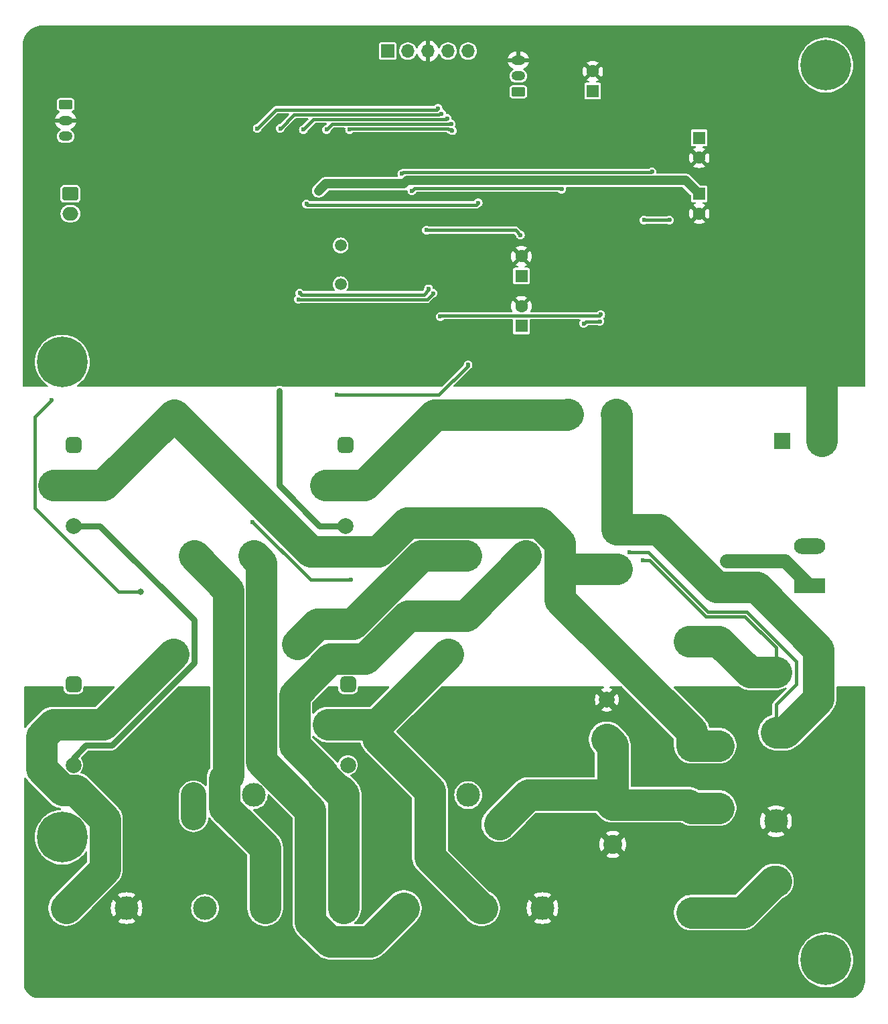
<source format=gbl>
G04 #@! TF.GenerationSoftware,KiCad,Pcbnew,8.0.7*
G04 #@! TF.CreationDate,2025-02-08T09:32:49+01:00*
G04 #@! TF.ProjectId,12VSupport,31325653-7570-4706-9f72-742e6b696361,1.2*
G04 #@! TF.SameCoordinates,Original*
G04 #@! TF.FileFunction,Copper,L2,Bot*
G04 #@! TF.FilePolarity,Positive*
%FSLAX46Y46*%
G04 Gerber Fmt 4.6, Leading zero omitted, Abs format (unit mm)*
G04 Created by KiCad (PCBNEW 8.0.7) date 2025-02-08 09:32:49*
%MOMM*%
%LPD*%
G01*
G04 APERTURE LIST*
G04 Aperture macros list*
%AMRoundRect*
0 Rectangle with rounded corners*
0 $1 Rounding radius*
0 $2 $3 $4 $5 $6 $7 $8 $9 X,Y pos of 4 corners*
0 Add a 4 corners polygon primitive as box body*
4,1,4,$2,$3,$4,$5,$6,$7,$8,$9,$2,$3,0*
0 Add four circle primitives for the rounded corners*
1,1,$1+$1,$2,$3*
1,1,$1+$1,$4,$5*
1,1,$1+$1,$6,$7*
1,1,$1+$1,$8,$9*
0 Add four rect primitives between the rounded corners*
20,1,$1+$1,$2,$3,$4,$5,0*
20,1,$1+$1,$4,$5,$6,$7,0*
20,1,$1+$1,$6,$7,$8,$9,0*
20,1,$1+$1,$8,$9,$2,$3,0*%
G04 Aperture macros list end*
G04 #@! TA.AperFunction,ComponentPad*
%ADD10C,3.000000*%
G04 #@! TD*
G04 #@! TA.AperFunction,ComponentPad*
%ADD11RoundRect,0.500000X0.500000X0.500000X-0.500000X0.500000X-0.500000X-0.500000X0.500000X-0.500000X0*%
G04 #@! TD*
G04 #@! TA.AperFunction,ComponentPad*
%ADD12C,2.000000*%
G04 #@! TD*
G04 #@! TA.AperFunction,ComponentPad*
%ADD13C,2.780000*%
G04 #@! TD*
G04 #@! TA.AperFunction,ComponentPad*
%ADD14R,1.700000X1.700000*%
G04 #@! TD*
G04 #@! TA.AperFunction,ComponentPad*
%ADD15O,1.700000X1.700000*%
G04 #@! TD*
G04 #@! TA.AperFunction,ComponentPad*
%ADD16C,0.800000*%
G04 #@! TD*
G04 #@! TA.AperFunction,ComponentPad*
%ADD17C,6.400000*%
G04 #@! TD*
G04 #@! TA.AperFunction,ComponentPad*
%ADD18C,1.500000*%
G04 #@! TD*
G04 #@! TA.AperFunction,ComponentPad*
%ADD19R,2.400000X2.400000*%
G04 #@! TD*
G04 #@! TA.AperFunction,ComponentPad*
%ADD20C,2.400000*%
G04 #@! TD*
G04 #@! TA.AperFunction,ComponentPad*
%ADD21R,1.600000X1.600000*%
G04 #@! TD*
G04 #@! TA.AperFunction,ComponentPad*
%ADD22C,1.600000*%
G04 #@! TD*
G04 #@! TA.AperFunction,ComponentPad*
%ADD23R,2.000000X2.000000*%
G04 #@! TD*
G04 #@! TA.AperFunction,ComponentPad*
%ADD24RoundRect,0.250000X-0.625000X0.350000X-0.625000X-0.350000X0.625000X-0.350000X0.625000X0.350000X0*%
G04 #@! TD*
G04 #@! TA.AperFunction,ComponentPad*
%ADD25O,1.750000X1.200000*%
G04 #@! TD*
G04 #@! TA.AperFunction,ComponentPad*
%ADD26RoundRect,0.250000X-0.750000X0.600000X-0.750000X-0.600000X0.750000X-0.600000X0.750000X0.600000X0*%
G04 #@! TD*
G04 #@! TA.AperFunction,ComponentPad*
%ADD27O,2.000000X1.700000*%
G04 #@! TD*
G04 #@! TA.AperFunction,ComponentPad*
%ADD28RoundRect,0.250000X0.625000X-0.350000X0.625000X0.350000X-0.625000X0.350000X-0.625000X-0.350000X0*%
G04 #@! TD*
G04 #@! TA.AperFunction,ComponentPad*
%ADD29R,3.960000X1.980000*%
G04 #@! TD*
G04 #@! TA.AperFunction,ComponentPad*
%ADD30O,3.960000X1.980000*%
G04 #@! TD*
G04 #@! TA.AperFunction,ViaPad*
%ADD31C,1.000000*%
G04 #@! TD*
G04 #@! TA.AperFunction,ViaPad*
%ADD32C,0.600000*%
G04 #@! TD*
G04 #@! TA.AperFunction,ViaPad*
%ADD33C,0.800000*%
G04 #@! TD*
G04 #@! TA.AperFunction,ViaPad*
%ADD34C,1.200000*%
G04 #@! TD*
G04 #@! TA.AperFunction,Conductor*
%ADD35C,4.000000*%
G04 #@! TD*
G04 #@! TA.AperFunction,Conductor*
%ADD36C,1.200000*%
G04 #@! TD*
G04 #@! TA.AperFunction,Conductor*
%ADD37C,0.800000*%
G04 #@! TD*
G04 #@! TA.AperFunction,Conductor*
%ADD38C,3.200000*%
G04 #@! TD*
G04 #@! TA.AperFunction,Conductor*
%ADD39C,0.400000*%
G04 #@! TD*
G04 #@! TA.AperFunction,Conductor*
%ADD40C,1.800000*%
G04 #@! TD*
G04 APERTURE END LIST*
D10*
X90170000Y-153480000D03*
X82550000Y-153480000D03*
X80558000Y-130310000D03*
X95758000Y-121410000D03*
X105898000Y-139210000D03*
X98298000Y-139210000D03*
D11*
X83098000Y-125210000D03*
D12*
X83098000Y-135410000D03*
D13*
X129977000Y-140837000D03*
X126577000Y-140837000D03*
X129977000Y-154045000D03*
X126577000Y-154045000D03*
D14*
X88138000Y-45212000D03*
D15*
X90678000Y-45212000D03*
X93218000Y-45212000D03*
X95758000Y-45212000D03*
X98298000Y-45212000D03*
D16*
X141110000Y-46990000D03*
X141812944Y-45292944D03*
X141812944Y-48687056D03*
X143510000Y-44590000D03*
D17*
X143510000Y-46990000D03*
D16*
X143510000Y-49390000D03*
X145207056Y-45292944D03*
X145207056Y-48687056D03*
X145910000Y-46990000D03*
D10*
X45845000Y-130310000D03*
X61045000Y-121410000D03*
X71185000Y-139210000D03*
X63585000Y-139210000D03*
D11*
X48385000Y-125210000D03*
D12*
X48385000Y-135410000D03*
D10*
X137224000Y-123698000D03*
X137224000Y-131318000D03*
D16*
X141110000Y-160020000D03*
X141812944Y-158322944D03*
X141812944Y-161717056D03*
X143510000Y-157620000D03*
D17*
X143510000Y-160020000D03*
D16*
X143510000Y-162420000D03*
X145207056Y-158322944D03*
X145207056Y-161717056D03*
X145910000Y-160020000D03*
X44590000Y-144526000D03*
X45292944Y-142828944D03*
X45292944Y-146223056D03*
X46990000Y-142126000D03*
D17*
X46990000Y-144526000D03*
D16*
X46990000Y-146926000D03*
X48687056Y-142828944D03*
X48687056Y-146223056D03*
X49390000Y-144526000D03*
X44590000Y-84501056D03*
X45292944Y-82804000D03*
X45292944Y-86198112D03*
X46990000Y-82101056D03*
D17*
X46990000Y-84501056D03*
D16*
X46990000Y-86901056D03*
X48687056Y-82804000D03*
X48687056Y-86198112D03*
X49390000Y-84501056D03*
D10*
X72644000Y-153480000D03*
X65024000Y-153480000D03*
D18*
X82169000Y-69776000D03*
X82169000Y-74676000D03*
D19*
X117094000Y-105634785D03*
D20*
X117094000Y-110634785D03*
D10*
X55118000Y-153480000D03*
X47498000Y-153480000D03*
D21*
X127508000Y-63246000D03*
D22*
X127508000Y-65746000D03*
D10*
X80262000Y-100084000D03*
X95462000Y-91184000D03*
X105602000Y-108984000D03*
X98002000Y-108984000D03*
D11*
X82802000Y-94984000D03*
D12*
X82802000Y-105184000D03*
D23*
X138002000Y-94488000D03*
D12*
X143002000Y-94488000D03*
D21*
X105029000Y-73620000D03*
D22*
X105029000Y-71120000D03*
D24*
X47413000Y-51975000D03*
D25*
X47413000Y-53975000D03*
X47413000Y-55975000D03*
D21*
X105029000Y-79945113D03*
D22*
X105029000Y-77445113D03*
D21*
X114046000Y-50252000D03*
D22*
X114046000Y-47752000D03*
D26*
X48006000Y-63246000D03*
D27*
X48006000Y-65746000D03*
D21*
X127508000Y-56174000D03*
D22*
X127508000Y-58674000D03*
D10*
X45887000Y-100086000D03*
X61087000Y-91186000D03*
X71227000Y-108986000D03*
X63627000Y-108986000D03*
D11*
X48427000Y-94986000D03*
D12*
X48427000Y-105186000D03*
D19*
X116586000Y-140432785D03*
D20*
X116586000Y-145432785D03*
D10*
X107696000Y-153480000D03*
X100076000Y-153480000D03*
X137224000Y-142494000D03*
X137224000Y-150114000D03*
D28*
X104648000Y-50355000D03*
D25*
X104648000Y-48355000D03*
X104648000Y-46355000D03*
D13*
X129977000Y-119755000D03*
X126577000Y-119755000D03*
X129977000Y-132963000D03*
X126577000Y-132963000D03*
D29*
X141478000Y-112747000D03*
D30*
X141478000Y-107747000D03*
D23*
X115824000Y-132161677D03*
D12*
X115824000Y-127161677D03*
D31*
X132080000Y-157480000D03*
X66040000Y-157480000D03*
X110490000Y-127000000D03*
D32*
X115443000Y-69215000D03*
X60077167Y-48084500D03*
D33*
X139524000Y-54353000D03*
X135079000Y-57528000D03*
D31*
X106680000Y-147320000D03*
X116840000Y-152400000D03*
X76200000Y-157480000D03*
D32*
X107188000Y-55499000D03*
X123871200Y-86995000D03*
D31*
X45720000Y-149860000D03*
D32*
X99314000Y-73279000D03*
D31*
X137160000Y-162560000D03*
X95250000Y-127000000D03*
D32*
X81788000Y-48186500D03*
X117983000Y-63246000D03*
D31*
X66040000Y-162560000D03*
D33*
X130888000Y-80007000D03*
D31*
X144780000Y-152400000D03*
D33*
X143334000Y-60703000D03*
D32*
X62849500Y-65085000D03*
D31*
X91440000Y-157480000D03*
X111760000Y-147320000D03*
X100330000Y-134620000D03*
X81280000Y-162560000D03*
X55880000Y-162560000D03*
X85090000Y-127000000D03*
X100330000Y-147320000D03*
D33*
X139270000Y-65275000D03*
D31*
X55880000Y-157480000D03*
X43053000Y-86868000D03*
X144780000Y-132080000D03*
D32*
X81153000Y-78486000D03*
D31*
X132080000Y-137160000D03*
X91440000Y-162560000D03*
X116840000Y-157480000D03*
D32*
X115443000Y-56007000D03*
D31*
X128270000Y-127000000D03*
D32*
X134342500Y-47612500D03*
X86868000Y-70739000D03*
D31*
X132080000Y-147320000D03*
D33*
X135079000Y-54353000D03*
D31*
X111760000Y-152400000D03*
X96520000Y-162560000D03*
X111760000Y-162560000D03*
X54610000Y-135890000D03*
X60960000Y-157480000D03*
X106680000Y-157480000D03*
X121920000Y-134620000D03*
X144780000Y-137160000D03*
D32*
X111760000Y-56007000D03*
D31*
X101600000Y-157480000D03*
X105410000Y-127000000D03*
X106680000Y-162560000D03*
D33*
X139524000Y-60703000D03*
D31*
X121920000Y-152400000D03*
X144780000Y-142240000D03*
X121920000Y-157480000D03*
X71120000Y-157480000D03*
D33*
X143334000Y-54353000D03*
D32*
X117221000Y-80645000D03*
X83566000Y-83312000D03*
X81153000Y-65913000D03*
D31*
X105410000Y-134620000D03*
X101600000Y-162560000D03*
D32*
X89789000Y-70739000D03*
D33*
X139270000Y-66291000D03*
X129618000Y-80007000D03*
D31*
X111760000Y-157480000D03*
X106807000Y-86741000D03*
X44450000Y-127000000D03*
X45720000Y-162560000D03*
X50800000Y-162560000D03*
X60960000Y-162560000D03*
D32*
X117983000Y-77978000D03*
D31*
X127000000Y-157480000D03*
X45720000Y-157480000D03*
X87630000Y-147320000D03*
X50800000Y-157480000D03*
X100330000Y-127000000D03*
X132400000Y-65974000D03*
X86360000Y-162560000D03*
D33*
X135079000Y-60703000D03*
X142572000Y-65275000D03*
D31*
X121920000Y-147320000D03*
X127000000Y-162560000D03*
X116840000Y-162560000D03*
X63500000Y-144780000D03*
X96520000Y-157480000D03*
X62230000Y-127000000D03*
D33*
X139524000Y-57528000D03*
D31*
X144780000Y-147320000D03*
D32*
X100533200Y-47686000D03*
D31*
X132080000Y-162560000D03*
D32*
X96393000Y-73279000D03*
D31*
X137160000Y-157480000D03*
X76200000Y-162560000D03*
X110490000Y-134620000D03*
D33*
X142572000Y-66291000D03*
D31*
X86360000Y-137160000D03*
X127000000Y-147320000D03*
D32*
X116263184Y-73218000D03*
D31*
X71120000Y-162560000D03*
X95250000Y-134620000D03*
X121920000Y-162560000D03*
D33*
X143334000Y-57528000D03*
D31*
X55880000Y-144780000D03*
X134620000Y-127000000D03*
D32*
X73914000Y-61214000D03*
D31*
X137160000Y-137160000D03*
D32*
X79375000Y-62865000D03*
D31*
X109186179Y-61552621D03*
D33*
X63563500Y-117030500D03*
D32*
X74422000Y-88138000D03*
D31*
X103821500Y-141286500D03*
X102361000Y-142747000D03*
X63585000Y-142028000D03*
D32*
X120523000Y-66548000D03*
X123739000Y-66548000D03*
D31*
X79248000Y-117602000D03*
X76708000Y-120142000D03*
X130944000Y-109654000D03*
D32*
X71056500Y-104711500D03*
X83439000Y-112014000D03*
D33*
X56896000Y-113538000D03*
D32*
X45593000Y-89281000D03*
X98284975Y-84849025D03*
X81661000Y-88646000D03*
X115062000Y-78486000D03*
X94771081Y-78743032D03*
X110109000Y-62652621D03*
X91186000Y-62865000D03*
X76835000Y-76581000D03*
X93853000Y-75819000D03*
X77016189Y-75772238D03*
X93287313Y-75253313D03*
X71628000Y-54991000D03*
X94487019Y-52449508D03*
X74549000Y-54991000D03*
X94926478Y-53118000D03*
X95637800Y-53718000D03*
X77470000Y-55118000D03*
X96139000Y-54418000D03*
X80391000Y-55118000D03*
X83312000Y-55118000D03*
X96283975Y-55262975D03*
X121539000Y-60452000D03*
X89916000Y-60706000D03*
X104902000Y-68453000D03*
X93030096Y-67824618D03*
X114935000Y-79375000D03*
X112903000Y-79629000D03*
X99568000Y-64389000D03*
X77851000Y-64516000D03*
D34*
X110871000Y-91062000D03*
D32*
X118694000Y-108534200D03*
D34*
X116967000Y-91059000D03*
D32*
X120421400Y-109550200D03*
D35*
X143002000Y-94488000D02*
X143002000Y-86106000D01*
D36*
X109186179Y-61552621D02*
X125814621Y-61552621D01*
D37*
X63645000Y-122486956D02*
X63645000Y-117112000D01*
X74422000Y-88138000D02*
X74422000Y-100076000D01*
X51719000Y-105186000D02*
X48427000Y-105186000D01*
X49970000Y-132910000D02*
X53221956Y-132910000D01*
X79530000Y-105184000D02*
X82802000Y-105184000D01*
X74422000Y-100076000D02*
X79530000Y-105184000D01*
D36*
X80264000Y-61976000D02*
X90201635Y-61976000D01*
X125814621Y-61552621D02*
X127508000Y-63246000D01*
D37*
X48385000Y-134495000D02*
X49970000Y-132910000D01*
D36*
X79375000Y-62865000D02*
X80264000Y-61976000D01*
D37*
X63645000Y-117112000D02*
X63563500Y-117030500D01*
D36*
X90625014Y-61552621D02*
X109186179Y-61552621D01*
D37*
X48385000Y-135410000D02*
X48385000Y-134495000D01*
X63563500Y-117030500D02*
X51719000Y-105186000D01*
X53221956Y-132910000D02*
X63645000Y-122486956D01*
D36*
X90201635Y-61976000D02*
X90625014Y-61552621D01*
D35*
X116586000Y-140432785D02*
X116586000Y-132923677D01*
X102361000Y-142747000D02*
X102235000Y-142873000D01*
X105898000Y-139210000D02*
X115363215Y-139210000D01*
X126172785Y-140432785D02*
X126577000Y-140837000D01*
X129977000Y-140837000D02*
X126577000Y-140837000D01*
X115363215Y-139210000D02*
X116586000Y-140432785D01*
X116586000Y-132923677D02*
X115824000Y-132161677D01*
D38*
X63585000Y-139210000D02*
X63585000Y-142028000D01*
D35*
X105898000Y-139210000D02*
X103821500Y-141286500D01*
X116586000Y-140432785D02*
X126172785Y-140432785D01*
X103821500Y-141286500D02*
X102361000Y-142747000D01*
X129977000Y-154045000D02*
X133039000Y-154045000D01*
X136970000Y-150114000D02*
X137224000Y-150114000D01*
X133039000Y-154045000D02*
X136970000Y-150114000D01*
D39*
X123739000Y-66548000D02*
X120523000Y-66548000D01*
D35*
X126577000Y-154045000D02*
X129977000Y-154045000D01*
X129977000Y-132963000D02*
X126577000Y-132963000D01*
X45887000Y-100086000D02*
X52187000Y-100086000D01*
X107341696Y-104784000D02*
X90600606Y-104784000D01*
X109931200Y-110540800D02*
X110025185Y-110634785D01*
X88140303Y-107244304D02*
X86926607Y-108458000D01*
X88140303Y-107244303D02*
X88140303Y-107244304D01*
X109931200Y-107373504D02*
X107341696Y-104784000D01*
X126577000Y-132963000D02*
X126577000Y-131149000D01*
X78359000Y-108458000D02*
X61087000Y-91186000D01*
X110025185Y-110634785D02*
X117094000Y-110634785D01*
X52187000Y-100086000D02*
X61087000Y-91186000D01*
X90600606Y-104784000D02*
X88140303Y-107244303D01*
X126577000Y-131149000D02*
X109931200Y-114503200D01*
X86926607Y-108458000D02*
X78359000Y-108458000D01*
X109931200Y-114503200D02*
X109931200Y-110540800D01*
X109931200Y-110540800D02*
X109931200Y-107373504D01*
X78350000Y-141127181D02*
X78350000Y-155219697D01*
X71227000Y-108986000D02*
X72158000Y-109917000D01*
X85916000Y-157734000D02*
X90170000Y-153480000D01*
X80864303Y-157734000D02*
X85916000Y-157734000D01*
X72158000Y-134935181D02*
X78350000Y-141127181D01*
X78350000Y-155219697D02*
X80864303Y-157734000D01*
X72158000Y-109917000D02*
X72158000Y-134935181D01*
X86858000Y-130310000D02*
X95758000Y-121410000D01*
X99886000Y-153480000D02*
X93472000Y-147066000D01*
X100076000Y-153480000D02*
X99886000Y-153480000D01*
X80558000Y-130310000D02*
X86858000Y-130310000D01*
X93472000Y-138633200D02*
X86858000Y-132019200D01*
X86858000Y-132019200D02*
X86858000Y-130310000D01*
X93472000Y-147066000D02*
X93472000Y-138633200D01*
X47059516Y-138610000D02*
X44345000Y-135895484D01*
X52390000Y-142289246D02*
X48710754Y-138610000D01*
X52390000Y-148588000D02*
X52390000Y-142289246D01*
X47498000Y-153480000D02*
X52390000Y-148588000D01*
X52145000Y-130310000D02*
X45845000Y-130310000D01*
X48710754Y-138610000D02*
X47059516Y-138610000D01*
X44345000Y-135895484D02*
X44345000Y-131810000D01*
X44345000Y-131810000D02*
X45845000Y-130310000D01*
X61045000Y-121410000D02*
X52145000Y-130310000D01*
X76708000Y-120142000D02*
X79248000Y-117602000D01*
X79248000Y-117602000D02*
X83722303Y-117602000D01*
X92340303Y-108984000D02*
X98002000Y-108984000D01*
X83722303Y-117602000D02*
X92340303Y-108984000D01*
X67958000Y-113317000D02*
X63627000Y-108986000D01*
X67958000Y-136674878D02*
X67958000Y-113317000D01*
X72644000Y-145846800D02*
X69707200Y-142910000D01*
X69652409Y-142910000D02*
X67485000Y-140742591D01*
X72644000Y-153480000D02*
X72644000Y-145846800D01*
X69707200Y-142910000D02*
X69652409Y-142910000D01*
X67485000Y-137147878D02*
X67958000Y-136674878D01*
X67485000Y-140742591D02*
X67485000Y-137147878D01*
D40*
X130944000Y-109654000D02*
X130997000Y-109601000D01*
X130997000Y-109601000D02*
X138332000Y-109601000D01*
X138332000Y-109601000D02*
X141478000Y-112747000D01*
D39*
X71056500Y-104711500D02*
X78359000Y-112014000D01*
X78359000Y-112014000D02*
X83439000Y-112014000D01*
X43487000Y-91387000D02*
X43487000Y-102923000D01*
X54102000Y-113538000D02*
X56896000Y-113538000D01*
X94589600Y-88646000D02*
X98284975Y-84950625D01*
X45593000Y-89281000D02*
X43487000Y-91387000D01*
X43487000Y-102923000D02*
X54102000Y-113538000D01*
X81661000Y-88646000D02*
X94589600Y-88646000D01*
X98284975Y-84950625D02*
X98284975Y-84849025D01*
X94869000Y-78645113D02*
X114902887Y-78645113D01*
X94771081Y-78743032D02*
X94869000Y-78645113D01*
X114902887Y-78645113D02*
X115062000Y-78486000D01*
X110009000Y-62552621D02*
X110109000Y-62652621D01*
X91186000Y-62865000D02*
X91498379Y-62552621D01*
X91498379Y-62552621D02*
X110009000Y-62552621D01*
X76835000Y-76581000D02*
X93091000Y-76581000D01*
X93091000Y-76581000D02*
X93853000Y-75819000D01*
X79375000Y-75981000D02*
X77470000Y-75981000D01*
X93287313Y-75253313D02*
X93287313Y-75368687D01*
X93287313Y-75368687D02*
X92675000Y-75981000D01*
X77470000Y-75981000D02*
X77224951Y-75981000D01*
X77224951Y-75981000D02*
X77016189Y-75772238D01*
X92675000Y-75981000D02*
X79375000Y-75981000D01*
X94487019Y-52449508D02*
X94318527Y-52618000D01*
X92456000Y-52618000D02*
X74001000Y-52618000D01*
X74001000Y-52618000D02*
X71628000Y-54991000D01*
X94318527Y-52618000D02*
X92456000Y-52618000D01*
X92964000Y-53218000D02*
X83312000Y-53218000D01*
X94926478Y-53118000D02*
X94710000Y-53118000D01*
X83312000Y-53218000D02*
X76322000Y-53218000D01*
X94710000Y-53118000D02*
X94610000Y-53218000D01*
X76322000Y-53218000D02*
X74549000Y-54991000D01*
X94610000Y-53218000D02*
X92964000Y-53218000D01*
X95637800Y-53718000D02*
X95537800Y-53818000D01*
X95537800Y-53818000D02*
X78770000Y-53818000D01*
X78770000Y-53818000D02*
X77470000Y-55118000D01*
X96139000Y-54418000D02*
X81091000Y-54418000D01*
X81091000Y-54418000D02*
X80391000Y-55118000D01*
X95849050Y-55118000D02*
X95749050Y-55018000D01*
X83412000Y-55018000D02*
X83312000Y-55118000D01*
X95749050Y-55018000D02*
X83412000Y-55018000D01*
X96139000Y-55118000D02*
X95849050Y-55118000D01*
X96283975Y-55262975D02*
X96139000Y-55118000D01*
X121438379Y-60552621D02*
X121539000Y-60452000D01*
X90069379Y-60552621D02*
X121438379Y-60552621D01*
X89916000Y-60706000D02*
X90069379Y-60552621D01*
X104267000Y-67818000D02*
X93036714Y-67818000D01*
X104902000Y-68453000D02*
X104267000Y-67818000D01*
X93036714Y-67818000D02*
X93030096Y-67824618D01*
D35*
X82550000Y-139097000D02*
X82063000Y-138610000D01*
X80885200Y-122010000D02*
X85254000Y-122010000D01*
X85254000Y-122010000D02*
X90678000Y-116586000D01*
X90678000Y-116586000D02*
X98000000Y-116586000D01*
X82550000Y-153480000D02*
X82550000Y-139097000D01*
X98000000Y-116586000D02*
X105602000Y-108984000D01*
X79898000Y-136735484D02*
X79898000Y-136445000D01*
X81772516Y-138610000D02*
X79898000Y-136735484D01*
X79898000Y-136445000D02*
X76358000Y-132905000D01*
X76358000Y-126537200D02*
X80885200Y-122010000D01*
X82063000Y-138610000D02*
X81772516Y-138610000D01*
X76358000Y-132905000D02*
X76358000Y-126537200D01*
D39*
X113157000Y-79375000D02*
X112903000Y-79629000D01*
X114935000Y-79375000D02*
X113157000Y-79375000D01*
X77851000Y-64516000D02*
X77978000Y-64643000D01*
X77978000Y-64643000D02*
X99314000Y-64643000D01*
X99314000Y-64643000D02*
X99568000Y-64389000D01*
D35*
X94032800Y-91184000D02*
X95462000Y-91184000D01*
X95462000Y-91184000D02*
X110749000Y-91184000D01*
X110749000Y-91184000D02*
X110871000Y-91062000D01*
X80262000Y-100084000D02*
X85132800Y-100084000D01*
X85132800Y-100084000D02*
X94032800Y-91184000D01*
D39*
X137224000Y-127774200D02*
X137224000Y-131318000D01*
X139801600Y-122301000D02*
X139801600Y-125196600D01*
D35*
X129717800Y-112953800D02*
X122398785Y-105634785D01*
D39*
X139801600Y-125196600D02*
X137224000Y-127774200D01*
X121107200Y-108534200D02*
X128600200Y-116027200D01*
D35*
X142595600Y-120802400D02*
X134747000Y-112953800D01*
X142595600Y-127101600D02*
X142595600Y-120802400D01*
D39*
X118694000Y-108534200D02*
X121107200Y-108534200D01*
D35*
X116967000Y-91059000D02*
X117094000Y-91186000D01*
X134747000Y-112953800D02*
X129717800Y-112953800D01*
X117094000Y-91186000D02*
X117094000Y-105634785D01*
X137224000Y-131318000D02*
X138379200Y-131318000D01*
D39*
X128600200Y-116027200D02*
X133527800Y-116027200D01*
D35*
X138379200Y-131318000D02*
X142595600Y-127101600D01*
X122398785Y-105634785D02*
X117094000Y-105634785D01*
D39*
X133527800Y-116027200D02*
X139801600Y-122301000D01*
X128351672Y-116627200D02*
X133279272Y-116627200D01*
X137224000Y-120571928D02*
X137224000Y-123698000D01*
D35*
X129977000Y-119755000D02*
X126577000Y-119755000D01*
X133920000Y-123698000D02*
X129977000Y-119755000D01*
D39*
X121274672Y-109550200D02*
X128351672Y-116627200D01*
X133279272Y-116627200D02*
X137224000Y-120571928D01*
D35*
X126577000Y-119755000D02*
X126214215Y-119755000D01*
X137224000Y-123698000D02*
X133920000Y-123698000D01*
D39*
X120421400Y-109550200D02*
X121274672Y-109550200D01*
G04 #@! TA.AperFunction,Conductor*
G36*
X65650539Y-125495685D02*
G01*
X65696294Y-125548489D01*
X65707500Y-125600000D01*
X65707500Y-135725416D01*
X65687815Y-135792455D01*
X65681876Y-135800902D01*
X65609761Y-135894884D01*
X65462258Y-136150367D01*
X65462251Y-136150382D01*
X65349676Y-136422168D01*
X65349651Y-136422228D01*
X65349364Y-136422918D01*
X65349361Y-136422927D01*
X65273005Y-136707888D01*
X65242770Y-136937554D01*
X65234500Y-137000371D01*
X65234500Y-137954598D01*
X65214815Y-138021637D01*
X65162011Y-138067392D01*
X65092853Y-138077336D01*
X65029297Y-138048311D01*
X65012124Y-138030084D01*
X64979266Y-137987263D01*
X64979260Y-137987256D01*
X64807743Y-137815739D01*
X64807736Y-137815733D01*
X64615293Y-137668067D01*
X64615292Y-137668066D01*
X64615289Y-137668064D01*
X64405212Y-137546776D01*
X64405205Y-137546773D01*
X64181104Y-137453947D01*
X63946785Y-137391161D01*
X63706289Y-137359500D01*
X63706288Y-137359500D01*
X63463712Y-137359500D01*
X63463711Y-137359500D01*
X63223214Y-137391161D01*
X62988895Y-137453947D01*
X62764794Y-137546773D01*
X62764785Y-137546777D01*
X62554706Y-137668067D01*
X62362263Y-137815733D01*
X62362256Y-137815739D01*
X62190739Y-137987256D01*
X62190733Y-137987263D01*
X62043067Y-138179706D01*
X61921777Y-138389785D01*
X61921773Y-138389794D01*
X61828947Y-138613895D01*
X61766161Y-138848214D01*
X61734500Y-139088711D01*
X61734500Y-142149288D01*
X61766161Y-142389785D01*
X61828947Y-142624104D01*
X61878804Y-142744469D01*
X61921776Y-142848212D01*
X62043064Y-143058289D01*
X62043066Y-143058292D01*
X62043067Y-143058293D01*
X62190733Y-143250736D01*
X62190739Y-143250743D01*
X62362256Y-143422260D01*
X62362263Y-143422266D01*
X62475321Y-143509018D01*
X62554711Y-143569936D01*
X62764788Y-143691224D01*
X62956801Y-143770758D01*
X62986729Y-143783155D01*
X62988900Y-143784054D01*
X63223211Y-143846838D01*
X63402922Y-143870497D01*
X63463711Y-143878500D01*
X63463712Y-143878500D01*
X63706289Y-143878500D01*
X63766956Y-143870513D01*
X63946789Y-143846838D01*
X64181100Y-143784054D01*
X64405212Y-143691224D01*
X64615289Y-143569936D01*
X64807738Y-143422265D01*
X64979265Y-143250738D01*
X65126936Y-143058289D01*
X65248224Y-142848212D01*
X65341054Y-142624100D01*
X65403838Y-142389789D01*
X65435500Y-142149288D01*
X65435500Y-142133774D01*
X65455185Y-142066735D01*
X65507989Y-142020980D01*
X65577147Y-142011036D01*
X65640703Y-142040061D01*
X65657876Y-142058288D01*
X65789352Y-142229631D01*
X65789358Y-142229638D01*
X66001054Y-142441334D01*
X66001084Y-142441362D01*
X67954318Y-144394596D01*
X67954355Y-144394635D01*
X68165361Y-144605641D01*
X68165367Y-144605646D01*
X68394414Y-144781401D01*
X68406605Y-144792092D01*
X70357181Y-146742668D01*
X70390666Y-146803991D01*
X70393500Y-146830349D01*
X70393500Y-153627513D01*
X70411649Y-153765362D01*
X70432007Y-153919993D01*
X70494467Y-154153099D01*
X70508361Y-154204951D01*
X70508364Y-154204961D01*
X70621254Y-154477500D01*
X70621258Y-154477510D01*
X70768761Y-154732993D01*
X70948352Y-154967040D01*
X70948358Y-154967047D01*
X71156952Y-155175641D01*
X71156959Y-155175647D01*
X71391006Y-155355238D01*
X71646489Y-155502741D01*
X71646490Y-155502741D01*
X71646493Y-155502743D01*
X71919048Y-155615639D01*
X72204007Y-155691993D01*
X72496494Y-155730500D01*
X72496501Y-155730500D01*
X72791499Y-155730500D01*
X72791506Y-155730500D01*
X73083993Y-155691993D01*
X73368952Y-155615639D01*
X73641507Y-155502743D01*
X73896994Y-155355238D01*
X74131042Y-155175646D01*
X74339646Y-154967042D01*
X74519238Y-154732994D01*
X74666743Y-154477507D01*
X74779639Y-154204952D01*
X74855993Y-153919993D01*
X74894500Y-153627506D01*
X74894500Y-145699294D01*
X74882792Y-145610360D01*
X74855994Y-145406807D01*
X74779639Y-145121848D01*
X74676842Y-144873674D01*
X74666748Y-144849304D01*
X74666741Y-144849289D01*
X74519238Y-144593806D01*
X74339647Y-144359759D01*
X74339642Y-144359753D01*
X74131042Y-144151154D01*
X74131041Y-144151153D01*
X71405971Y-141426084D01*
X71405943Y-141426054D01*
X71194247Y-141214358D01*
X71153219Y-141182876D01*
X71112017Y-141126448D01*
X71107862Y-141056702D01*
X71142075Y-140995781D01*
X71203792Y-140963029D01*
X71228706Y-140960500D01*
X71316182Y-140960500D01*
X71575615Y-140921396D01*
X71826323Y-140844063D01*
X72062704Y-140730228D01*
X72279479Y-140582433D01*
X72471805Y-140403981D01*
X72635386Y-140198857D01*
X72766568Y-139971643D01*
X72862420Y-139727416D01*
X72920802Y-139471630D01*
X72940408Y-139210000D01*
X72940291Y-139208447D01*
X72940408Y-139207904D01*
X72940408Y-139205360D01*
X72940952Y-139205360D01*
X72954906Y-139140127D01*
X73004139Y-139090550D01*
X73072360Y-139075461D01*
X73137909Y-139099650D01*
X73151625Y-139111494D01*
X76063181Y-142023049D01*
X76096666Y-142084372D01*
X76099500Y-142110730D01*
X76099500Y-155367202D01*
X76134330Y-155631774D01*
X76138006Y-155659690D01*
X76191348Y-155858762D01*
X76207820Y-155920238D01*
X76214362Y-155944651D01*
X76214364Y-155944658D01*
X76327254Y-156217197D01*
X76327258Y-156217207D01*
X76474761Y-156472690D01*
X76654352Y-156706737D01*
X76654357Y-156706743D01*
X76862958Y-156915343D01*
X79168657Y-159221042D01*
X79377256Y-159429642D01*
X79377261Y-159429646D01*
X79611309Y-159609238D01*
X79790487Y-159712686D01*
X79866796Y-159756743D01*
X79866801Y-159756745D01*
X79866807Y-159756748D01*
X79984263Y-159805399D01*
X80139351Y-159869639D01*
X80424310Y-159945994D01*
X80643675Y-159974873D01*
X80716796Y-159984500D01*
X80716797Y-159984500D01*
X86063500Y-159984500D01*
X86063505Y-159984500D01*
X86063506Y-159984500D01*
X86097532Y-159980020D01*
X86355993Y-159945994D01*
X86580732Y-159885774D01*
X86640952Y-159869639D01*
X86913507Y-159756743D01*
X87168994Y-159609238D01*
X87403042Y-159429646D01*
X87611646Y-159221042D01*
X87611647Y-159221041D01*
X87617010Y-159215678D01*
X87617025Y-159215660D01*
X91865646Y-154967042D01*
X92045237Y-154732994D01*
X92192743Y-154477507D01*
X92196327Y-154468856D01*
X92260901Y-154312958D01*
X92305639Y-154204952D01*
X92381994Y-153919993D01*
X92420500Y-153627506D01*
X92420500Y-153332495D01*
X92413038Y-153275818D01*
X92382980Y-153047499D01*
X92381994Y-153040007D01*
X92305639Y-152755049D01*
X92224002Y-152557959D01*
X92192747Y-152482502D01*
X92192739Y-152482486D01*
X92045241Y-152227014D01*
X92045237Y-152227007D01*
X91865646Y-151992959D01*
X91865645Y-151992958D01*
X91865641Y-151992953D01*
X91657046Y-151784358D01*
X91657039Y-151784352D01*
X91423001Y-151604769D01*
X91422999Y-151604767D01*
X91422993Y-151604763D01*
X91422988Y-151604760D01*
X91422985Y-151604758D01*
X91167513Y-151457260D01*
X91167497Y-151457252D01*
X90894951Y-151344361D01*
X90609989Y-151268005D01*
X90317506Y-151229500D01*
X90317505Y-151229500D01*
X90022494Y-151229500D01*
X90022493Y-151229500D01*
X89730010Y-151268005D01*
X89445047Y-151344361D01*
X89172501Y-151457252D01*
X89172485Y-151457260D01*
X88917013Y-151604758D01*
X88916997Y-151604769D01*
X88682959Y-151784352D01*
X88682952Y-151784358D01*
X85020132Y-155447181D01*
X84958809Y-155480666D01*
X84932451Y-155483500D01*
X84001132Y-155483500D01*
X83934093Y-155463815D01*
X83888338Y-155411011D01*
X83878394Y-155341853D01*
X83907419Y-155278297D01*
X83925645Y-155261124D01*
X84037042Y-155175646D01*
X84245646Y-154967042D01*
X84425238Y-154732994D01*
X84572743Y-154477507D01*
X84685639Y-154204952D01*
X84761993Y-153919993D01*
X84800500Y-153627506D01*
X84800500Y-138949494D01*
X84794455Y-138903580D01*
X84761994Y-138657007D01*
X84685639Y-138372049D01*
X84685008Y-138370524D01*
X84572743Y-138099493D01*
X84524549Y-138016019D01*
X84425238Y-137844006D01*
X84245647Y-137609959D01*
X84245641Y-137609952D01*
X84034635Y-137398946D01*
X84034596Y-137398909D01*
X83761771Y-137126084D01*
X83761743Y-137126054D01*
X83550047Y-136914358D01*
X83550040Y-136914352D01*
X83429938Y-136822195D01*
X83388735Y-136765767D01*
X83384580Y-136696021D01*
X83418792Y-136635101D01*
X83473331Y-136604044D01*
X83527330Y-136589575D01*
X83725639Y-136497102D01*
X83904877Y-136371598D01*
X84059598Y-136216877D01*
X84185102Y-136037639D01*
X84277575Y-135839330D01*
X84334207Y-135627977D01*
X84353277Y-135410000D01*
X84334207Y-135192023D01*
X84278934Y-134985741D01*
X84277577Y-134980677D01*
X84277576Y-134980676D01*
X84277575Y-134980670D01*
X84185102Y-134782362D01*
X84185100Y-134782359D01*
X84185099Y-134782357D01*
X84059599Y-134603124D01*
X83984710Y-134528235D01*
X83904877Y-134448402D01*
X83725639Y-134322898D01*
X83725640Y-134322898D01*
X83725638Y-134322897D01*
X83626484Y-134276661D01*
X83527330Y-134230425D01*
X83527326Y-134230424D01*
X83527322Y-134230422D01*
X83315977Y-134173793D01*
X83098002Y-134154723D01*
X83097998Y-134154723D01*
X82952682Y-134167436D01*
X82880023Y-134173793D01*
X82880020Y-134173793D01*
X82668677Y-134230422D01*
X82668668Y-134230426D01*
X82470361Y-134322898D01*
X82470357Y-134322900D01*
X82291121Y-134448402D01*
X82136402Y-134603121D01*
X82010900Y-134782357D01*
X82010898Y-134782361D01*
X81918426Y-134980668D01*
X81918420Y-134980683D01*
X81903954Y-135034670D01*
X81867589Y-135094330D01*
X81804741Y-135124858D01*
X81735366Y-135116563D01*
X81685805Y-135078062D01*
X81593646Y-134957958D01*
X81593641Y-134957952D01*
X81382635Y-134746946D01*
X81382596Y-134746909D01*
X78644819Y-132009132D01*
X78611334Y-131947809D01*
X78608500Y-131921451D01*
X78608500Y-131831505D01*
X78628185Y-131764466D01*
X78680989Y-131718711D01*
X78750147Y-131708767D01*
X78813703Y-131737792D01*
X78830875Y-131756018D01*
X78839280Y-131766971D01*
X78862352Y-131797040D01*
X78862358Y-131797047D01*
X79070952Y-132005641D01*
X79070959Y-132005647D01*
X79305006Y-132185238D01*
X79560489Y-132332741D01*
X79560490Y-132332741D01*
X79560493Y-132332743D01*
X79833048Y-132445639D01*
X80118007Y-132521993D01*
X80410494Y-132560500D01*
X84578003Y-132560500D01*
X84645042Y-132580185D01*
X84690797Y-132632989D01*
X84697778Y-132652408D01*
X84706224Y-132683932D01*
X84706225Y-132683932D01*
X84722361Y-132744152D01*
X84835251Y-133016695D01*
X84835258Y-133016710D01*
X84982761Y-133272193D01*
X85162352Y-133506240D01*
X85162358Y-133506247D01*
X85374054Y-133717943D01*
X85374084Y-133717971D01*
X91185181Y-139529068D01*
X91218666Y-139590391D01*
X91221500Y-139616749D01*
X91221500Y-147213505D01*
X91260005Y-147505991D01*
X91317894Y-147722036D01*
X91317895Y-147722036D01*
X91317895Y-147722037D01*
X91336361Y-147790952D01*
X91382362Y-147902008D01*
X91449254Y-148063500D01*
X91449258Y-148063510D01*
X91596761Y-148318993D01*
X91776352Y-148553040D01*
X91776358Y-148553047D01*
X91988054Y-148764743D01*
X91988084Y-148764771D01*
X98187909Y-154964596D01*
X98187946Y-154964635D01*
X98398952Y-155175641D01*
X98398959Y-155175647D01*
X98633006Y-155355238D01*
X98888489Y-155502741D01*
X98888490Y-155502741D01*
X98888493Y-155502743D01*
X99161048Y-155615639D01*
X99221267Y-155631774D01*
X99446007Y-155691994D01*
X99704467Y-155726020D01*
X99738494Y-155730500D01*
X100223499Y-155730500D01*
X100223506Y-155730500D01*
X100515993Y-155691993D01*
X100800952Y-155615639D01*
X101073507Y-155502743D01*
X101328994Y-155355238D01*
X101563042Y-155175646D01*
X101771646Y-154967042D01*
X101951238Y-154732994D01*
X102098743Y-154477507D01*
X102211639Y-154204952D01*
X102287993Y-153919993D01*
X102326500Y-153627506D01*
X102326500Y-153479998D01*
X105690891Y-153479998D01*
X105690891Y-153480001D01*
X105711300Y-153765362D01*
X105772109Y-154044895D01*
X105872091Y-154312958D01*
X106009196Y-154564045D01*
X106025066Y-154585247D01*
X107006845Y-153603468D01*
X107022901Y-153684182D01*
X107075668Y-153811574D01*
X107152274Y-153926224D01*
X107249776Y-154023726D01*
X107364426Y-154100332D01*
X107491818Y-154153099D01*
X107572530Y-154169154D01*
X106590751Y-155150931D01*
X106590752Y-155150932D01*
X106611953Y-155166803D01*
X106611961Y-155166808D01*
X106863042Y-155303908D01*
X106863041Y-155303908D01*
X107131104Y-155403890D01*
X107410637Y-155464699D01*
X107695999Y-155485109D01*
X107696001Y-155485109D01*
X107981362Y-155464699D01*
X108260895Y-155403890D01*
X108528958Y-155303908D01*
X108780039Y-155166807D01*
X108780045Y-155166804D01*
X108801247Y-155150932D01*
X107819469Y-154169154D01*
X107900182Y-154153099D01*
X108027574Y-154100332D01*
X108142224Y-154023726D01*
X108239726Y-153926224D01*
X108316332Y-153811574D01*
X108369099Y-153684182D01*
X108385154Y-153603469D01*
X109366932Y-154585247D01*
X109382804Y-154564045D01*
X109382807Y-154564039D01*
X109519908Y-154312958D01*
X109619890Y-154044895D01*
X109651957Y-153897486D01*
X124326500Y-153897486D01*
X124326500Y-154192513D01*
X124358571Y-154436113D01*
X124365007Y-154484993D01*
X124441361Y-154769951D01*
X124441364Y-154769961D01*
X124554254Y-155042500D01*
X124554258Y-155042510D01*
X124701761Y-155297993D01*
X124881352Y-155532040D01*
X124881358Y-155532047D01*
X125089952Y-155740641D01*
X125089959Y-155740647D01*
X125324006Y-155920238D01*
X125579489Y-156067741D01*
X125579490Y-156067741D01*
X125579493Y-156067743D01*
X125852048Y-156180639D01*
X126137007Y-156256993D01*
X126429494Y-156295500D01*
X126429501Y-156295500D01*
X133186500Y-156295500D01*
X133186505Y-156295500D01*
X133186506Y-156295500D01*
X133220532Y-156291020D01*
X133478993Y-156256994D01*
X133703732Y-156196774D01*
X133763952Y-156180639D01*
X134036507Y-156067743D01*
X134291994Y-155920238D01*
X134526042Y-155740646D01*
X134734646Y-155532042D01*
X134740010Y-155526678D01*
X134740025Y-155526660D01*
X138047760Y-152218925D01*
X138087981Y-152192050D01*
X138221507Y-152136743D01*
X138476994Y-151989238D01*
X138711042Y-151809646D01*
X138919646Y-151601042D01*
X139099238Y-151366994D01*
X139246743Y-151111507D01*
X139359639Y-150838952D01*
X139435993Y-150553993D01*
X139474500Y-150261506D01*
X139474500Y-149966494D01*
X139435993Y-149674007D01*
X139359639Y-149389048D01*
X139246743Y-149116493D01*
X139195645Y-149027989D01*
X139099238Y-148861006D01*
X138919647Y-148626959D01*
X138919641Y-148626952D01*
X138711047Y-148418358D01*
X138711040Y-148418352D01*
X138476993Y-148238761D01*
X138221510Y-148091258D01*
X138221500Y-148091254D01*
X137948961Y-147978364D01*
X137948954Y-147978362D01*
X137948952Y-147978361D01*
X137663993Y-147902007D01*
X137615113Y-147895571D01*
X137371513Y-147863500D01*
X137371506Y-147863500D01*
X137121378Y-147863500D01*
X137121346Y-147863499D01*
X137117506Y-147863499D01*
X136822495Y-147863499D01*
X136822489Y-147863499D01*
X136822485Y-147863500D01*
X136530017Y-147902004D01*
X136530010Y-147902005D01*
X136530007Y-147902006D01*
X136530000Y-147902008D01*
X136245046Y-147978360D01*
X135972496Y-148091255D01*
X135972495Y-148091255D01*
X135968664Y-148093467D01*
X135962026Y-148097300D01*
X135717006Y-148238761D01*
X135612445Y-148318993D01*
X135612446Y-148318994D01*
X135482953Y-148418357D01*
X132143132Y-151758181D01*
X132081809Y-151791666D01*
X132055451Y-151794500D01*
X126429486Y-151794500D01*
X126151085Y-151831153D01*
X126137007Y-151833007D01*
X126088748Y-151845938D01*
X125852048Y-151909361D01*
X125852038Y-151909364D01*
X125579499Y-152022254D01*
X125579489Y-152022258D01*
X125324006Y-152169761D01*
X125089959Y-152349352D01*
X125089952Y-152349358D01*
X124881358Y-152557952D01*
X124881352Y-152557959D01*
X124701761Y-152792006D01*
X124554258Y-153047489D01*
X124554254Y-153047499D01*
X124441364Y-153320038D01*
X124441361Y-153320048D01*
X124365008Y-153605004D01*
X124365006Y-153605015D01*
X124326500Y-153897486D01*
X109651957Y-153897486D01*
X109680699Y-153765362D01*
X109701109Y-153480001D01*
X109701109Y-153479998D01*
X109680699Y-153194637D01*
X109619890Y-152915104D01*
X109519908Y-152647041D01*
X109382808Y-152395961D01*
X109382803Y-152395953D01*
X109366932Y-152374752D01*
X109366931Y-152374751D01*
X108385153Y-153356529D01*
X108369099Y-153275818D01*
X108316332Y-153148426D01*
X108239726Y-153033776D01*
X108142224Y-152936274D01*
X108027574Y-152859668D01*
X107900182Y-152806901D01*
X107819467Y-152790845D01*
X108801247Y-151809066D01*
X108780045Y-151793196D01*
X108528957Y-151656091D01*
X108528958Y-151656091D01*
X108260895Y-151556109D01*
X107981362Y-151495300D01*
X107696001Y-151474891D01*
X107695999Y-151474891D01*
X107410637Y-151495300D01*
X107131104Y-151556109D01*
X106863041Y-151656091D01*
X106611963Y-151793190D01*
X106611953Y-151793197D01*
X106590751Y-151809067D01*
X107572530Y-152790845D01*
X107491818Y-152806901D01*
X107364426Y-152859668D01*
X107249776Y-152936274D01*
X107152274Y-153033776D01*
X107075668Y-153148426D01*
X107022901Y-153275818D01*
X107006846Y-153356530D01*
X106025067Y-152374751D01*
X106009197Y-152395953D01*
X106009190Y-152395963D01*
X105872091Y-152647041D01*
X105772109Y-152915104D01*
X105711300Y-153194637D01*
X105690891Y-153479998D01*
X102326500Y-153479998D01*
X102326500Y-153332494D01*
X102287993Y-153040007D01*
X102211639Y-152755048D01*
X102098743Y-152482493D01*
X102036538Y-152374751D01*
X101951238Y-152227006D01*
X101771647Y-151992959D01*
X101771641Y-151992952D01*
X101563047Y-151784358D01*
X101563040Y-151784352D01*
X101328993Y-151604761D01*
X101073510Y-151457258D01*
X101073500Y-151457254D01*
X101049240Y-151447205D01*
X101009012Y-151420325D01*
X95758819Y-146170132D01*
X95725334Y-146108809D01*
X95722500Y-146082451D01*
X95722500Y-145432780D01*
X114881233Y-145432780D01*
X114881233Y-145432789D01*
X114900273Y-145686864D01*
X114956968Y-145935262D01*
X114956973Y-145935279D01*
X115050058Y-146172456D01*
X115050057Y-146172456D01*
X115134458Y-146318640D01*
X115134459Y-146318641D01*
X115986000Y-145467100D01*
X115986000Y-145511776D01*
X116026889Y-145664376D01*
X116105881Y-145801193D01*
X116217592Y-145912904D01*
X116354409Y-145991896D01*
X116507009Y-146032785D01*
X116551685Y-146032785D01*
X115698949Y-146885519D01*
X115733618Y-146909158D01*
X115963176Y-147019706D01*
X115963174Y-147019706D01*
X116206652Y-147094809D01*
X116206658Y-147094811D01*
X116458595Y-147132784D01*
X116458604Y-147132785D01*
X116713396Y-147132785D01*
X116713404Y-147132784D01*
X116965341Y-147094811D01*
X116965347Y-147094809D01*
X117208824Y-147019706D01*
X117438381Y-146909158D01*
X117473051Y-146885520D01*
X116620315Y-146032785D01*
X116664991Y-146032785D01*
X116817591Y-145991896D01*
X116954408Y-145912904D01*
X117066119Y-145801193D01*
X117145111Y-145664376D01*
X117186000Y-145511776D01*
X117186000Y-145467100D01*
X118037540Y-146318641D01*
X118037541Y-146318641D01*
X118121941Y-146172456D01*
X118215026Y-145935279D01*
X118215031Y-145935262D01*
X118271726Y-145686864D01*
X118290767Y-145432789D01*
X118290767Y-145432780D01*
X118271726Y-145178705D01*
X118215031Y-144930307D01*
X118215026Y-144930290D01*
X118121941Y-144693113D01*
X118121942Y-144693113D01*
X118037540Y-144546927D01*
X117186000Y-145398468D01*
X117186000Y-145353794D01*
X117145111Y-145201194D01*
X117066119Y-145064377D01*
X116954408Y-144952666D01*
X116817591Y-144873674D01*
X116664991Y-144832785D01*
X116620313Y-144832785D01*
X117473051Y-143980048D01*
X117438390Y-143956417D01*
X117438377Y-143956410D01*
X117208823Y-143845863D01*
X117208825Y-143845863D01*
X116965347Y-143770760D01*
X116965341Y-143770758D01*
X116713404Y-143732785D01*
X116458595Y-143732785D01*
X116206658Y-143770758D01*
X116206652Y-143770760D01*
X115963175Y-143845863D01*
X115733622Y-143956410D01*
X115733616Y-143956413D01*
X115698948Y-143980049D01*
X116551685Y-144832785D01*
X116507009Y-144832785D01*
X116354409Y-144873674D01*
X116217592Y-144952666D01*
X116105881Y-145064377D01*
X116026889Y-145201194D01*
X115986000Y-145353794D01*
X115986000Y-145398470D01*
X115134458Y-144546928D01*
X115050058Y-144693113D01*
X114956973Y-144930290D01*
X114956968Y-144930307D01*
X114900273Y-145178705D01*
X114881233Y-145432780D01*
X95722500Y-145432780D01*
X95722500Y-142725494D01*
X99984500Y-142725494D01*
X99984500Y-143020505D01*
X100023005Y-143312989D01*
X100099361Y-143597951D01*
X100212252Y-143870497D01*
X100212260Y-143870513D01*
X100359758Y-144125985D01*
X100359769Y-144126001D01*
X100539352Y-144360039D01*
X100539358Y-144360046D01*
X100747953Y-144568641D01*
X100747959Y-144568646D01*
X100982007Y-144748237D01*
X100982014Y-144748241D01*
X101237486Y-144895739D01*
X101237502Y-144895747D01*
X101374918Y-144952666D01*
X101510049Y-145008639D01*
X101795007Y-145084994D01*
X102014373Y-145113873D01*
X102087494Y-145123500D01*
X102087495Y-145123500D01*
X102382506Y-145123500D01*
X102441002Y-145115798D01*
X102674993Y-145084994D01*
X102959951Y-145008639D01*
X103174203Y-144919892D01*
X103232497Y-144895747D01*
X103232500Y-144895745D01*
X103232506Y-144895743D01*
X103487993Y-144748237D01*
X103722041Y-144568646D01*
X104056646Y-144234041D01*
X105517146Y-142773541D01*
X105575705Y-142714982D01*
X105575717Y-142714968D01*
X106793869Y-141496819D01*
X106855192Y-141463334D01*
X106881550Y-141460500D01*
X114379666Y-141460500D01*
X114446705Y-141480185D01*
X114467347Y-141496819D01*
X114887909Y-141917381D01*
X114887946Y-141917420D01*
X115098952Y-142128426D01*
X115098959Y-142128432D01*
X115333006Y-142308023D01*
X115588489Y-142455526D01*
X115588490Y-142455526D01*
X115588493Y-142455528D01*
X115861048Y-142568424D01*
X115916380Y-142583250D01*
X116146007Y-142644779D01*
X116404467Y-142678805D01*
X116438494Y-142683285D01*
X116438495Y-142683285D01*
X116733505Y-142683285D01*
X125244181Y-142683285D01*
X125311220Y-142702970D01*
X125319666Y-142708908D01*
X125324007Y-142712239D01*
X125379825Y-142744465D01*
X125559521Y-142848212D01*
X125579493Y-142859743D01*
X125579496Y-142859744D01*
X125579501Y-142859747D01*
X125726540Y-142920652D01*
X125852048Y-142972639D01*
X126137007Y-143048994D01*
X126334956Y-143075054D01*
X126429493Y-143087500D01*
X126429494Y-143087500D01*
X130124499Y-143087500D01*
X130124506Y-143087500D01*
X130416993Y-143048993D01*
X130701952Y-142972639D01*
X130974507Y-142859743D01*
X131229994Y-142712238D01*
X131464042Y-142532646D01*
X131502690Y-142493998D01*
X135218891Y-142493998D01*
X135218891Y-142494001D01*
X135239300Y-142779362D01*
X135300109Y-143058895D01*
X135400091Y-143326958D01*
X135537196Y-143578045D01*
X135553066Y-143599247D01*
X136534845Y-142617468D01*
X136550901Y-142698182D01*
X136603668Y-142825574D01*
X136680274Y-142940224D01*
X136777776Y-143037726D01*
X136892426Y-143114332D01*
X137019818Y-143167099D01*
X137100530Y-143183154D01*
X136118751Y-144164931D01*
X136118752Y-144164932D01*
X136139953Y-144180803D01*
X136139961Y-144180808D01*
X136391042Y-144317908D01*
X136391041Y-144317908D01*
X136659104Y-144417890D01*
X136938637Y-144478699D01*
X137223999Y-144499109D01*
X137224001Y-144499109D01*
X137509362Y-144478699D01*
X137788895Y-144417890D01*
X138056958Y-144317908D01*
X138308039Y-144180807D01*
X138308045Y-144180804D01*
X138329247Y-144164932D01*
X137347469Y-143183154D01*
X137428182Y-143167099D01*
X137555574Y-143114332D01*
X137670224Y-143037726D01*
X137767726Y-142940224D01*
X137844332Y-142825574D01*
X137897099Y-142698182D01*
X137913154Y-142617469D01*
X138894932Y-143599247D01*
X138910804Y-143578045D01*
X138910807Y-143578039D01*
X139047908Y-143326958D01*
X139147890Y-143058895D01*
X139208699Y-142779362D01*
X139229109Y-142494001D01*
X139229109Y-142493998D01*
X139208699Y-142208637D01*
X139147890Y-141929104D01*
X139047908Y-141661041D01*
X138910808Y-141409961D01*
X138910803Y-141409953D01*
X138894932Y-141388752D01*
X138894931Y-141388751D01*
X137913153Y-142370529D01*
X137897099Y-142289818D01*
X137844332Y-142162426D01*
X137767726Y-142047776D01*
X137670224Y-141950274D01*
X137555574Y-141873668D01*
X137428182Y-141820901D01*
X137347467Y-141804845D01*
X138329247Y-140823066D01*
X138308045Y-140807196D01*
X138056957Y-140670091D01*
X138056958Y-140670091D01*
X137788895Y-140570109D01*
X137509362Y-140509300D01*
X137224001Y-140488891D01*
X137223999Y-140488891D01*
X136938637Y-140509300D01*
X136659104Y-140570109D01*
X136391041Y-140670091D01*
X136139963Y-140807190D01*
X136139953Y-140807197D01*
X136118751Y-140823067D01*
X137100530Y-141804845D01*
X137019818Y-141820901D01*
X136892426Y-141873668D01*
X136777776Y-141950274D01*
X136680274Y-142047776D01*
X136603668Y-142162426D01*
X136550901Y-142289818D01*
X136534845Y-142370530D01*
X135553067Y-141388751D01*
X135537197Y-141409953D01*
X135537190Y-141409963D01*
X135400091Y-141661041D01*
X135300109Y-141929104D01*
X135239300Y-142208637D01*
X135218891Y-142493998D01*
X131502690Y-142493998D01*
X131672646Y-142324042D01*
X131852238Y-142089994D01*
X131999743Y-141834507D01*
X132112639Y-141561952D01*
X132188993Y-141276993D01*
X132227500Y-140984506D01*
X132227500Y-140689494D01*
X132188993Y-140397007D01*
X132112639Y-140112048D01*
X131999743Y-139839493D01*
X131935038Y-139727421D01*
X131852238Y-139584006D01*
X131672647Y-139349959D01*
X131672641Y-139349952D01*
X131464047Y-139141358D01*
X131464040Y-139141352D01*
X131229993Y-138961761D01*
X130974510Y-138814258D01*
X130974500Y-138814254D01*
X130701961Y-138701364D01*
X130701954Y-138701362D01*
X130701952Y-138701361D01*
X130416993Y-138625007D01*
X130368113Y-138618571D01*
X130124513Y-138586500D01*
X130124506Y-138586500D01*
X127505604Y-138586500D01*
X127438565Y-138566815D01*
X127430119Y-138560877D01*
X127425782Y-138557549D01*
X127170294Y-138410043D01*
X127170285Y-138410039D01*
X126897746Y-138297149D01*
X126897739Y-138297147D01*
X126897740Y-138297147D01*
X126897737Y-138297146D01*
X126830235Y-138279059D01*
X126830233Y-138279058D01*
X126641911Y-138228597D01*
X126612778Y-138220791D01*
X126612777Y-138220790D01*
X126612774Y-138220790D01*
X126403234Y-138193204D01*
X126354317Y-138186764D01*
X126354316Y-138186763D01*
X126320292Y-138182285D01*
X126320291Y-138182285D01*
X118960500Y-138182285D01*
X118893461Y-138162600D01*
X118847706Y-138109796D01*
X118836500Y-138058285D01*
X118836500Y-132776170D01*
X118832020Y-132742144D01*
X118832020Y-132742143D01*
X118808107Y-132560500D01*
X118797994Y-132483684D01*
X118721639Y-132198726D01*
X118716053Y-132185238D01*
X118608743Y-131926170D01*
X118606018Y-131921451D01*
X118461238Y-131670683D01*
X118281647Y-131436636D01*
X118281641Y-131436629D01*
X118070635Y-131225623D01*
X118070596Y-131225586D01*
X117311046Y-130466035D01*
X117311039Y-130466029D01*
X117077001Y-130286446D01*
X117076999Y-130286444D01*
X117076993Y-130286440D01*
X117076988Y-130286437D01*
X117076985Y-130286435D01*
X116821513Y-130138937D01*
X116821497Y-130138929D01*
X116548951Y-130026038D01*
X116263989Y-129949682D01*
X115971506Y-129911177D01*
X115971505Y-129911177D01*
X115676495Y-129911177D01*
X115676494Y-129911177D01*
X115384010Y-129949682D01*
X115099048Y-130026038D01*
X114826502Y-130138929D01*
X114826486Y-130138937D01*
X114571014Y-130286435D01*
X114570998Y-130286446D01*
X114336960Y-130466029D01*
X114336953Y-130466035D01*
X114128358Y-130674630D01*
X114128352Y-130674637D01*
X113948769Y-130908675D01*
X113948758Y-130908691D01*
X113801260Y-131164163D01*
X113801252Y-131164179D01*
X113688361Y-131436725D01*
X113612005Y-131721687D01*
X113573500Y-132014171D01*
X113573500Y-132309182D01*
X113612005Y-132601666D01*
X113688361Y-132886628D01*
X113801252Y-133159174D01*
X113801260Y-133159190D01*
X113948758Y-133414662D01*
X113948769Y-133414678D01*
X114128352Y-133648716D01*
X114128357Y-133648722D01*
X114299181Y-133819545D01*
X114332666Y-133880868D01*
X114335500Y-133907226D01*
X114335500Y-136835500D01*
X114315815Y-136902539D01*
X114263011Y-136948294D01*
X114211500Y-136959500D01*
X105750493Y-136959500D01*
X105458008Y-136998005D01*
X105186262Y-137070820D01*
X105186261Y-137070819D01*
X105173051Y-137074359D01*
X104900499Y-137187254D01*
X104900489Y-137187258D01*
X104645006Y-137334761D01*
X104481224Y-137460435D01*
X104481225Y-137460436D01*
X104410952Y-137514358D01*
X102334459Y-139590854D01*
X100873959Y-141051354D01*
X100539358Y-141385954D01*
X100539352Y-141385960D01*
X100359769Y-141619998D01*
X100359758Y-141620014D01*
X100212260Y-141875486D01*
X100212252Y-141875502D01*
X100099361Y-142148048D01*
X100023005Y-142433010D01*
X99984500Y-142725494D01*
X95722500Y-142725494D01*
X95722500Y-139209995D01*
X96542592Y-139209995D01*
X96542592Y-139210004D01*
X96562196Y-139471620D01*
X96562197Y-139471625D01*
X96620576Y-139727402D01*
X96620578Y-139727411D01*
X96620580Y-139727416D01*
X96716432Y-139971643D01*
X96847614Y-140198857D01*
X96979736Y-140364533D01*
X97011198Y-140403985D01*
X97098769Y-140485238D01*
X97203521Y-140582433D01*
X97420296Y-140730228D01*
X97420301Y-140730230D01*
X97420302Y-140730231D01*
X97420303Y-140730232D01*
X97545843Y-140790688D01*
X97656673Y-140844061D01*
X97656674Y-140844061D01*
X97656677Y-140844063D01*
X97907385Y-140921396D01*
X98166818Y-140960500D01*
X98429182Y-140960500D01*
X98688615Y-140921396D01*
X98939323Y-140844063D01*
X99175704Y-140730228D01*
X99392479Y-140582433D01*
X99584805Y-140403981D01*
X99748386Y-140198857D01*
X99879568Y-139971643D01*
X99975420Y-139727416D01*
X100033802Y-139471630D01*
X100042920Y-139349958D01*
X100053408Y-139210004D01*
X100053408Y-139209995D01*
X100033803Y-138948379D01*
X100033802Y-138948374D01*
X100033802Y-138948370D01*
X99975420Y-138692584D01*
X99879568Y-138448357D01*
X99748386Y-138221143D01*
X99584805Y-138016019D01*
X99584804Y-138016018D01*
X99584801Y-138016014D01*
X99392479Y-137837567D01*
X99328824Y-137794168D01*
X99175704Y-137689772D01*
X99175700Y-137689770D01*
X99175697Y-137689768D01*
X99175696Y-137689767D01*
X98939325Y-137575938D01*
X98939327Y-137575938D01*
X98688623Y-137498606D01*
X98688619Y-137498605D01*
X98688615Y-137498604D01*
X98563823Y-137479794D01*
X98429187Y-137459500D01*
X98429182Y-137459500D01*
X98166818Y-137459500D01*
X98166812Y-137459500D01*
X98005247Y-137483853D01*
X97907385Y-137498604D01*
X97907382Y-137498605D01*
X97907376Y-137498606D01*
X97656673Y-137575938D01*
X97420303Y-137689767D01*
X97420302Y-137689768D01*
X97203520Y-137837567D01*
X97011198Y-138016014D01*
X96847614Y-138221143D01*
X96716432Y-138448356D01*
X96620582Y-138692578D01*
X96620576Y-138692597D01*
X96562197Y-138948374D01*
X96562196Y-138948379D01*
X96542592Y-139209995D01*
X95722500Y-139209995D01*
X95722500Y-138785121D01*
X95722501Y-138785092D01*
X95722501Y-138485701D01*
X95722501Y-138485695D01*
X95683994Y-138193207D01*
X95607640Y-137908249D01*
X95569319Y-137815735D01*
X95494745Y-137635697D01*
X95494740Y-137635686D01*
X95415595Y-137498604D01*
X95378739Y-137434767D01*
X95347238Y-137380206D01*
X95209432Y-137200615D01*
X95209432Y-137200614D01*
X95209431Y-137200614D01*
X95167647Y-137146159D01*
X95167644Y-137146156D01*
X95167640Y-137146151D01*
X89273768Y-131252280D01*
X89240283Y-131190957D01*
X89245267Y-131121265D01*
X89273768Y-131076918D01*
X91241864Y-129108822D01*
X91883706Y-128466980D01*
X115084381Y-128466980D01*
X115219390Y-128540044D01*
X115219396Y-128540046D01*
X115454506Y-128620760D01*
X115699707Y-128661677D01*
X115948293Y-128661677D01*
X116193493Y-128620760D01*
X116428600Y-128540047D01*
X116428608Y-128540044D01*
X116563617Y-128466980D01*
X115824000Y-127727363D01*
X115084381Y-128466980D01*
X91883706Y-128466980D01*
X93189015Y-127161671D01*
X114318859Y-127161671D01*
X114318859Y-127161682D01*
X114339385Y-127409406D01*
X114339387Y-127409415D01*
X114400412Y-127650394D01*
X114500265Y-127878039D01*
X114500267Y-127878043D01*
X114516737Y-127903252D01*
X115258314Y-127161677D01*
X115258314Y-127161676D01*
X115192489Y-127095851D01*
X115324000Y-127095851D01*
X115324000Y-127227503D01*
X115358075Y-127354670D01*
X115423901Y-127468684D01*
X115516993Y-127561776D01*
X115631007Y-127627602D01*
X115758174Y-127661677D01*
X115889826Y-127661677D01*
X116016993Y-127627602D01*
X116131007Y-127561776D01*
X116224099Y-127468684D01*
X116289925Y-127354670D01*
X116324000Y-127227503D01*
X116324000Y-127161676D01*
X116389686Y-127161676D01*
X116389686Y-127161677D01*
X117131261Y-127903252D01*
X117131262Y-127903252D01*
X117147731Y-127878046D01*
X117147732Y-127878045D01*
X117247587Y-127650394D01*
X117308612Y-127409415D01*
X117308614Y-127409406D01*
X117329141Y-127161682D01*
X117329141Y-127161671D01*
X117308614Y-126913947D01*
X117308612Y-126913938D01*
X117247587Y-126672959D01*
X117147733Y-126445310D01*
X117131261Y-126420099D01*
X116389686Y-127161676D01*
X116324000Y-127161676D01*
X116324000Y-127095851D01*
X116289925Y-126968684D01*
X116224099Y-126854670D01*
X116131007Y-126761578D01*
X116016993Y-126695752D01*
X115889826Y-126661677D01*
X115758174Y-126661677D01*
X115631007Y-126695752D01*
X115516993Y-126761578D01*
X115423901Y-126854670D01*
X115358075Y-126968684D01*
X115324000Y-127095851D01*
X115192489Y-127095851D01*
X114516737Y-126420099D01*
X114516736Y-126420099D01*
X114500272Y-126445301D01*
X114500267Y-126445311D01*
X114400411Y-126672959D01*
X114339387Y-126913938D01*
X114339385Y-126913947D01*
X114318859Y-127161671D01*
X93189015Y-127161671D01*
X94838368Y-125512318D01*
X94899691Y-125478834D01*
X94926049Y-125476000D01*
X115371461Y-125476000D01*
X115438500Y-125495685D01*
X115484255Y-125548489D01*
X115494199Y-125617647D01*
X115465174Y-125681203D01*
X115411724Y-125717281D01*
X115219400Y-125783306D01*
X115219386Y-125783312D01*
X115084380Y-125856372D01*
X115824000Y-126595991D01*
X115824001Y-126595991D01*
X116563618Y-125856372D01*
X116428614Y-125783312D01*
X116428603Y-125783307D01*
X116236276Y-125717281D01*
X116179261Y-125676896D01*
X116153130Y-125612096D01*
X116166181Y-125543456D01*
X116214270Y-125492768D01*
X116276539Y-125476000D01*
X117669951Y-125476000D01*
X117736990Y-125495685D01*
X117757632Y-125512319D01*
X124290181Y-132044868D01*
X124323666Y-132106191D01*
X124326500Y-132132549D01*
X124326500Y-133110513D01*
X124347787Y-133272194D01*
X124365007Y-133402993D01*
X124441361Y-133687951D01*
X124441364Y-133687961D01*
X124554254Y-133960500D01*
X124554258Y-133960510D01*
X124701761Y-134215993D01*
X124881352Y-134450040D01*
X124881358Y-134450047D01*
X125089952Y-134658641D01*
X125089959Y-134658647D01*
X125324006Y-134838238D01*
X125579489Y-134985741D01*
X125579490Y-134985741D01*
X125579493Y-134985743D01*
X125852048Y-135098639D01*
X126137007Y-135174993D01*
X126429494Y-135213500D01*
X126429501Y-135213500D01*
X130124499Y-135213500D01*
X130124506Y-135213500D01*
X130416993Y-135174993D01*
X130701952Y-135098639D01*
X130974507Y-134985743D01*
X131229994Y-134838238D01*
X131464042Y-134658646D01*
X131672646Y-134450042D01*
X131852238Y-134215994D01*
X131999743Y-133960507D01*
X132112639Y-133687952D01*
X132188993Y-133402993D01*
X132227500Y-133110506D01*
X132227500Y-132815494D01*
X132188993Y-132523007D01*
X132112639Y-132238048D01*
X132096350Y-132198724D01*
X132031831Y-132042961D01*
X131999743Y-131965493D01*
X131977043Y-131926176D01*
X131852238Y-131710006D01*
X131672647Y-131475959D01*
X131672641Y-131475952D01*
X131464047Y-131267358D01*
X131464040Y-131267352D01*
X131229993Y-131087761D01*
X130974510Y-130940258D01*
X130974500Y-130940254D01*
X130701961Y-130827364D01*
X130701954Y-130827362D01*
X130701952Y-130827361D01*
X130416993Y-130751007D01*
X130368113Y-130744571D01*
X130124513Y-130712500D01*
X130124506Y-130712500D01*
X128885078Y-130712500D01*
X128818039Y-130692815D01*
X128772284Y-130640011D01*
X128765305Y-130620600D01*
X128712639Y-130424049D01*
X128670767Y-130322959D01*
X128599743Y-130151493D01*
X128452238Y-129896006D01*
X128272647Y-129661959D01*
X128272641Y-129661952D01*
X128061635Y-129450946D01*
X128061596Y-129450909D01*
X124298368Y-125687681D01*
X124264883Y-125626358D01*
X124269867Y-125556666D01*
X124311739Y-125500733D01*
X124377203Y-125476316D01*
X124386049Y-125476000D01*
X132498191Y-125476000D01*
X132565230Y-125495685D01*
X132573667Y-125501616D01*
X132634753Y-125548489D01*
X132667010Y-125573241D01*
X132922489Y-125720741D01*
X132922490Y-125720741D01*
X132922493Y-125720743D01*
X133195048Y-125833639D01*
X133250910Y-125848607D01*
X133480007Y-125909994D01*
X133738467Y-125944020D01*
X133772494Y-125948500D01*
X137371499Y-125948500D01*
X137371506Y-125948500D01*
X137663993Y-125909993D01*
X137948952Y-125833639D01*
X138221507Y-125720743D01*
X138396824Y-125619523D01*
X138464723Y-125603051D01*
X138530750Y-125625903D01*
X138573941Y-125680825D01*
X138580582Y-125750378D01*
X138548566Y-125812481D01*
X138546504Y-125814592D01*
X136863513Y-127497583D01*
X136863509Y-127497589D01*
X136804201Y-127600312D01*
X136804200Y-127600317D01*
X136773500Y-127714891D01*
X136773500Y-129013673D01*
X136753815Y-129080712D01*
X136701011Y-129126467D01*
X136681594Y-129133448D01*
X136499043Y-129182362D01*
X136226499Y-129295254D01*
X136226489Y-129295258D01*
X135971006Y-129442761D01*
X135736959Y-129622352D01*
X135736952Y-129622358D01*
X135528358Y-129830952D01*
X135528352Y-129830959D01*
X135348761Y-130065006D01*
X135201258Y-130320489D01*
X135201254Y-130320499D01*
X135088364Y-130593038D01*
X135088361Y-130593048D01*
X135025578Y-130827361D01*
X135012008Y-130878004D01*
X135012006Y-130878015D01*
X134973500Y-131170486D01*
X134973500Y-131465513D01*
X134999434Y-131662494D01*
X135012007Y-131757993D01*
X135088361Y-132042951D01*
X135088364Y-132042961D01*
X135201254Y-132315500D01*
X135201258Y-132315510D01*
X135348761Y-132570993D01*
X135528352Y-132805040D01*
X135528358Y-132805047D01*
X135736952Y-133013641D01*
X135736959Y-133013647D01*
X135971006Y-133193238D01*
X136226489Y-133340741D01*
X136226490Y-133340741D01*
X136226493Y-133340743D01*
X136499048Y-133453639D01*
X136784007Y-133529993D01*
X137076494Y-133568500D01*
X137076501Y-133568500D01*
X138526700Y-133568500D01*
X138526705Y-133568500D01*
X138526706Y-133568500D01*
X138560732Y-133564020D01*
X138819193Y-133529994D01*
X139043932Y-133469774D01*
X139104152Y-133453639D01*
X139376707Y-133340743D01*
X139632194Y-133193238D01*
X139866242Y-133013646D01*
X140074846Y-132805042D01*
X140080210Y-132799678D01*
X140080225Y-132799660D01*
X144077260Y-128802625D01*
X144077278Y-128802610D01*
X144291241Y-128588647D01*
X144291246Y-128588642D01*
X144470838Y-128354594D01*
X144618343Y-128099107D01*
X144731239Y-127826552D01*
X144761158Y-127714891D01*
X144807594Y-127541593D01*
X144841620Y-127283132D01*
X144846100Y-127249106D01*
X144846100Y-125600000D01*
X144865785Y-125532961D01*
X144918589Y-125487206D01*
X144970100Y-125476000D01*
X148390500Y-125476000D01*
X148457539Y-125495685D01*
X148503294Y-125548489D01*
X148514500Y-125600000D01*
X148514500Y-162556249D01*
X148514274Y-162563736D01*
X148496983Y-162849576D01*
X148495178Y-162864441D01*
X148444236Y-163142421D01*
X148440652Y-163156959D01*
X148356577Y-163426769D01*
X148351270Y-163440762D01*
X148235285Y-163698468D01*
X148228327Y-163711726D01*
X148082124Y-163953577D01*
X148073618Y-163965900D01*
X147899328Y-164188364D01*
X147889398Y-164199572D01*
X147689572Y-164399398D01*
X147678364Y-164409328D01*
X147455900Y-164583618D01*
X147443577Y-164592124D01*
X147201726Y-164738327D01*
X147188468Y-164745285D01*
X146988965Y-164835075D01*
X146938073Y-164846000D01*
X43561927Y-164846000D01*
X43511036Y-164835075D01*
X43311532Y-164745285D01*
X43298273Y-164738327D01*
X43056422Y-164592124D01*
X43044099Y-164583618D01*
X42821635Y-164409328D01*
X42810427Y-164399398D01*
X42610601Y-164199572D01*
X42600671Y-164188364D01*
X42426381Y-163965900D01*
X42417879Y-163953584D01*
X42271668Y-163711718D01*
X42264721Y-163698482D01*
X42174923Y-163498962D01*
X42164000Y-163448073D01*
X42164000Y-160019997D01*
X140054432Y-160019997D01*
X140054432Y-160020002D01*
X140074688Y-160393610D01*
X140135222Y-160762850D01*
X140135223Y-160762853D01*
X140235317Y-161123362D01*
X140235318Y-161123364D01*
X140373806Y-161470945D01*
X140373815Y-161470963D01*
X140549073Y-161801534D01*
X140759045Y-162111219D01*
X140759052Y-162111229D01*
X141001272Y-162396391D01*
X141001273Y-162396392D01*
X141272913Y-162653703D01*
X141570780Y-162880136D01*
X141570785Y-162880139D01*
X141570789Y-162880142D01*
X141570794Y-162880146D01*
X141891378Y-163073033D01*
X141891383Y-163073036D01*
X141891387Y-163073037D01*
X141891391Y-163073040D01*
X142230951Y-163230137D01*
X142230962Y-163230142D01*
X142585538Y-163349613D01*
X142950951Y-163430046D01*
X143322919Y-163470500D01*
X143322925Y-163470500D01*
X143697075Y-163470500D01*
X143697081Y-163470500D01*
X144069049Y-163430046D01*
X144434462Y-163349613D01*
X144789038Y-163230142D01*
X145128617Y-163073036D01*
X145251993Y-162998803D01*
X145449205Y-162880146D01*
X145449210Y-162880142D01*
X145449209Y-162880142D01*
X145449220Y-162880136D01*
X145747087Y-162653703D01*
X146018727Y-162396392D01*
X146260954Y-162111221D01*
X146470928Y-161801531D01*
X146646189Y-161470955D01*
X146784680Y-161123368D01*
X146884779Y-160762845D01*
X146945311Y-160393613D01*
X146965568Y-160020000D01*
X146961555Y-159945994D01*
X146951295Y-159756748D01*
X146945311Y-159646387D01*
X146884779Y-159277155D01*
X146839702Y-159114804D01*
X146784682Y-158916637D01*
X146784681Y-158916635D01*
X146646193Y-158569054D01*
X146646184Y-158569036D01*
X146470926Y-158238465D01*
X146363369Y-158079830D01*
X146260954Y-157928779D01*
X146260950Y-157928774D01*
X146260947Y-157928770D01*
X146018727Y-157643608D01*
X145747087Y-157386297D01*
X145747086Y-157386296D01*
X145662208Y-157321773D01*
X145449220Y-157159864D01*
X145449216Y-157159861D01*
X145449210Y-157159857D01*
X145449205Y-157159853D01*
X145128621Y-156966966D01*
X145128608Y-156966959D01*
X144789048Y-156809862D01*
X144789043Y-156809860D01*
X144789038Y-156809858D01*
X144616203Y-156751623D01*
X144434461Y-156690386D01*
X144069047Y-156609953D01*
X143697082Y-156569500D01*
X143697081Y-156569500D01*
X143322919Y-156569500D01*
X143322917Y-156569500D01*
X142950952Y-156609953D01*
X142585538Y-156690386D01*
X142311440Y-156782741D01*
X142230962Y-156809858D01*
X142230959Y-156809859D01*
X142230951Y-156809862D01*
X141891391Y-156966959D01*
X141891378Y-156966966D01*
X141570794Y-157159853D01*
X141570789Y-157159857D01*
X141272913Y-157386296D01*
X141272912Y-157386297D01*
X141001272Y-157643608D01*
X140759052Y-157928770D01*
X140759045Y-157928780D01*
X140549073Y-158238465D01*
X140373815Y-158569036D01*
X140373806Y-158569054D01*
X140235318Y-158916635D01*
X140235317Y-158916637D01*
X140135223Y-159277146D01*
X140135222Y-159277149D01*
X140074688Y-159646389D01*
X140054432Y-160019997D01*
X42164000Y-160019997D01*
X42164000Y-137081656D01*
X42183685Y-137014617D01*
X42236489Y-136968862D01*
X42305647Y-136958918D01*
X42369203Y-136987943D01*
X42395387Y-137019656D01*
X42469761Y-137148477D01*
X42649352Y-137382524D01*
X42649357Y-137382530D01*
X42857958Y-137591130D01*
X45363870Y-140097042D01*
X45572469Y-140305642D01*
X45572475Y-140305647D01*
X45806522Y-140485238D01*
X46062005Y-140632741D01*
X46062020Y-140632748D01*
X46152175Y-140670091D01*
X46334564Y-140745639D01*
X46619523Y-140821994D01*
X46734086Y-140837076D01*
X46797983Y-140865342D01*
X46836454Y-140923666D01*
X46837286Y-140993531D01*
X46800213Y-141052755D01*
X46737008Y-141082534D01*
X46731308Y-141083288D01*
X46430952Y-141115953D01*
X46065538Y-141196386D01*
X45791440Y-141288741D01*
X45710962Y-141315858D01*
X45710959Y-141315859D01*
X45710951Y-141315862D01*
X45371391Y-141472959D01*
X45371378Y-141472966D01*
X45050794Y-141665853D01*
X45050789Y-141665857D01*
X44752913Y-141892296D01*
X44752912Y-141892297D01*
X44481272Y-142149608D01*
X44239052Y-142434770D01*
X44239045Y-142434780D01*
X44029073Y-142744465D01*
X43853815Y-143075036D01*
X43853806Y-143075054D01*
X43715318Y-143422635D01*
X43715317Y-143422637D01*
X43615223Y-143783146D01*
X43615222Y-143783149D01*
X43554688Y-144152389D01*
X43534432Y-144525997D01*
X43534432Y-144526002D01*
X43554688Y-144899610D01*
X43615222Y-145268850D01*
X43615223Y-145268853D01*
X43715317Y-145629362D01*
X43715318Y-145629364D01*
X43853806Y-145976945D01*
X43853815Y-145976963D01*
X44029073Y-146307534D01*
X44239045Y-146617219D01*
X44239052Y-146617229D01*
X44397690Y-146803991D01*
X44481273Y-146902392D01*
X44752913Y-147159703D01*
X45050780Y-147386136D01*
X45050785Y-147386139D01*
X45050789Y-147386142D01*
X45050794Y-147386146D01*
X45371378Y-147579033D01*
X45371383Y-147579036D01*
X45371387Y-147579037D01*
X45371391Y-147579040D01*
X45710951Y-147736137D01*
X45710962Y-147736142D01*
X46065538Y-147855613D01*
X46430951Y-147936046D01*
X46802919Y-147976500D01*
X46802925Y-147976500D01*
X47177075Y-147976500D01*
X47177081Y-147976500D01*
X47549049Y-147936046D01*
X47914462Y-147855613D01*
X48269038Y-147736142D01*
X48608617Y-147579036D01*
X48730019Y-147505991D01*
X48929205Y-147386146D01*
X48929210Y-147386142D01*
X48929209Y-147386142D01*
X48929220Y-147386136D01*
X49227087Y-147159703D01*
X49498727Y-146902392D01*
X49740954Y-146617221D01*
X49857529Y-146445284D01*
X49912867Y-146363668D01*
X49966781Y-146319227D01*
X50036163Y-146310989D01*
X50098985Y-146341569D01*
X50135301Y-146401260D01*
X50139500Y-146433255D01*
X50139500Y-147604450D01*
X50119815Y-147671489D01*
X50103181Y-147692131D01*
X45802358Y-151992953D01*
X45802352Y-151992960D01*
X45622769Y-152226998D01*
X45622758Y-152227014D01*
X45475260Y-152482486D01*
X45475252Y-152482502D01*
X45362361Y-152755048D01*
X45286005Y-153040010D01*
X45247500Y-153332494D01*
X45247500Y-153627505D01*
X45286005Y-153919989D01*
X45362361Y-154204951D01*
X45475252Y-154477497D01*
X45475260Y-154477513D01*
X45622758Y-154732985D01*
X45622769Y-154733001D01*
X45802352Y-154967039D01*
X45802358Y-154967046D01*
X46010953Y-155175641D01*
X46010959Y-155175646D01*
X46245007Y-155355237D01*
X46245014Y-155355241D01*
X46500486Y-155502739D01*
X46500502Y-155502747D01*
X46647541Y-155563652D01*
X46773049Y-155615639D01*
X47058007Y-155691994D01*
X47277373Y-155720873D01*
X47350494Y-155730500D01*
X47350495Y-155730500D01*
X47645506Y-155730500D01*
X47704002Y-155722798D01*
X47937993Y-155691994D01*
X48222951Y-155615639D01*
X48437785Y-155526652D01*
X48495497Y-155502747D01*
X48495500Y-155502745D01*
X48495506Y-155502743D01*
X48750993Y-155355237D01*
X48985041Y-155175646D01*
X50680688Y-153479998D01*
X53112891Y-153479998D01*
X53112891Y-153480001D01*
X53133300Y-153765362D01*
X53194109Y-154044895D01*
X53294091Y-154312958D01*
X53431196Y-154564045D01*
X53447066Y-154585247D01*
X54428845Y-153603468D01*
X54444901Y-153684182D01*
X54497668Y-153811574D01*
X54574274Y-153926224D01*
X54671776Y-154023726D01*
X54786426Y-154100332D01*
X54913818Y-154153099D01*
X54994530Y-154169154D01*
X54012751Y-155150931D01*
X54012752Y-155150932D01*
X54033953Y-155166803D01*
X54033961Y-155166808D01*
X54285042Y-155303908D01*
X54285041Y-155303908D01*
X54553104Y-155403890D01*
X54832637Y-155464699D01*
X55117999Y-155485109D01*
X55118001Y-155485109D01*
X55403362Y-155464699D01*
X55682895Y-155403890D01*
X55950958Y-155303908D01*
X56202039Y-155166807D01*
X56202045Y-155166804D01*
X56223247Y-155150932D01*
X55241469Y-154169154D01*
X55322182Y-154153099D01*
X55449574Y-154100332D01*
X55564224Y-154023726D01*
X55661726Y-153926224D01*
X55738332Y-153811574D01*
X55791099Y-153684182D01*
X55807154Y-153603469D01*
X56788932Y-154585247D01*
X56804804Y-154564045D01*
X56804807Y-154564039D01*
X56941908Y-154312958D01*
X57041890Y-154044895D01*
X57102699Y-153765362D01*
X57123109Y-153480001D01*
X57123109Y-153479998D01*
X57123109Y-153479995D01*
X63268592Y-153479995D01*
X63268592Y-153480004D01*
X63288196Y-153741620D01*
X63288197Y-153741625D01*
X63346576Y-153997402D01*
X63346578Y-153997411D01*
X63346580Y-153997416D01*
X63442432Y-154241643D01*
X63573614Y-154468857D01*
X63586484Y-154484995D01*
X63737198Y-154673985D01*
X63840626Y-154769951D01*
X63929521Y-154852433D01*
X64146296Y-155000228D01*
X64146301Y-155000230D01*
X64146302Y-155000231D01*
X64146303Y-155000232D01*
X64271843Y-155060688D01*
X64382673Y-155114061D01*
X64382674Y-155114061D01*
X64382677Y-155114063D01*
X64633385Y-155191396D01*
X64892818Y-155230500D01*
X65155182Y-155230500D01*
X65414615Y-155191396D01*
X65665323Y-155114063D01*
X65901704Y-155000228D01*
X66118479Y-154852433D01*
X66310805Y-154673981D01*
X66474386Y-154468857D01*
X66605568Y-154241643D01*
X66701420Y-153997416D01*
X66759802Y-153741630D01*
X66768354Y-153627506D01*
X66779408Y-153480004D01*
X66779408Y-153479995D01*
X66759803Y-153218379D01*
X66759802Y-153218374D01*
X66759802Y-153218370D01*
X66701420Y-152962584D01*
X66605568Y-152718357D01*
X66474386Y-152491143D01*
X66310805Y-152286019D01*
X66310804Y-152286018D01*
X66310801Y-152286014D01*
X66118479Y-152107567D01*
X65901704Y-151959772D01*
X65901700Y-151959770D01*
X65901697Y-151959768D01*
X65901696Y-151959767D01*
X65665325Y-151845938D01*
X65665327Y-151845938D01*
X65414623Y-151768606D01*
X65414619Y-151768605D01*
X65414615Y-151768604D01*
X65289823Y-151749794D01*
X65155187Y-151729500D01*
X65155182Y-151729500D01*
X64892818Y-151729500D01*
X64892812Y-151729500D01*
X64731247Y-151753853D01*
X64633385Y-151768604D01*
X64633382Y-151768605D01*
X64633376Y-151768606D01*
X64382673Y-151845938D01*
X64146303Y-151959767D01*
X64146302Y-151959768D01*
X63929520Y-152107567D01*
X63737198Y-152286014D01*
X63573614Y-152491143D01*
X63442432Y-152718356D01*
X63346582Y-152962578D01*
X63346576Y-152962597D01*
X63288197Y-153218374D01*
X63288196Y-153218379D01*
X63268592Y-153479995D01*
X57123109Y-153479995D01*
X57102699Y-153194637D01*
X57041890Y-152915104D01*
X56941908Y-152647041D01*
X56804808Y-152395961D01*
X56804803Y-152395953D01*
X56788932Y-152374752D01*
X56788931Y-152374751D01*
X55807153Y-153356529D01*
X55791099Y-153275818D01*
X55738332Y-153148426D01*
X55661726Y-153033776D01*
X55564224Y-152936274D01*
X55449574Y-152859668D01*
X55322182Y-152806901D01*
X55241467Y-152790845D01*
X56223247Y-151809066D01*
X56202045Y-151793196D01*
X55950957Y-151656091D01*
X55950958Y-151656091D01*
X55682895Y-151556109D01*
X55403362Y-151495300D01*
X55118001Y-151474891D01*
X55117999Y-151474891D01*
X54832637Y-151495300D01*
X54553104Y-151556109D01*
X54285041Y-151656091D01*
X54033963Y-151793190D01*
X54033953Y-151793197D01*
X54012751Y-151809067D01*
X54994530Y-152790845D01*
X54913818Y-152806901D01*
X54786426Y-152859668D01*
X54671776Y-152936274D01*
X54574274Y-153033776D01*
X54497668Y-153148426D01*
X54444901Y-153275818D01*
X54428845Y-153356530D01*
X53447067Y-152374751D01*
X53431197Y-152395953D01*
X53431190Y-152395963D01*
X53294091Y-152647041D01*
X53194109Y-152915104D01*
X53133300Y-153194637D01*
X53112891Y-153479998D01*
X50680688Y-153479998D01*
X53871660Y-150289025D01*
X53871678Y-150289010D01*
X54085641Y-150075047D01*
X54085646Y-150075042D01*
X54265238Y-149840994D01*
X54412743Y-149585507D01*
X54525639Y-149312952D01*
X54555897Y-149200027D01*
X54601994Y-149027993D01*
X54640500Y-148735505D01*
X54640500Y-148440495D01*
X54640500Y-142441167D01*
X54640501Y-142441138D01*
X54640501Y-142141747D01*
X54640501Y-142141741D01*
X54601994Y-141849253D01*
X54525640Y-141564295D01*
X54524669Y-141561952D01*
X54451769Y-141385954D01*
X54412744Y-141291740D01*
X54335377Y-141157737D01*
X54335377Y-141157736D01*
X54265241Y-141036256D01*
X54265240Y-141036254D01*
X54111311Y-140835650D01*
X54100832Y-140821994D01*
X54085647Y-140802205D01*
X54085642Y-140802200D01*
X54085639Y-140802196D01*
X50409525Y-137126084D01*
X50409497Y-137126054D01*
X50197801Y-136914358D01*
X50197794Y-136914352D01*
X49963747Y-136734761D01*
X49708264Y-136587258D01*
X49708249Y-136587251D01*
X49435706Y-136474361D01*
X49375486Y-136458225D01*
X49375468Y-136458220D01*
X49369795Y-136456699D01*
X49310140Y-136420325D01*
X49279621Y-136357473D01*
X49287926Y-136288099D01*
X49314224Y-136249250D01*
X49346598Y-136216877D01*
X49472102Y-136037639D01*
X49564575Y-135839330D01*
X49621207Y-135627977D01*
X49640277Y-135410000D01*
X49621207Y-135192023D01*
X49565934Y-134985741D01*
X49564577Y-134980677D01*
X49564576Y-134980676D01*
X49564575Y-134980670D01*
X49472102Y-134782362D01*
X49472100Y-134782359D01*
X49472099Y-134782357D01*
X49344594Y-134600260D01*
X49322267Y-134534054D01*
X49339277Y-134466287D01*
X49358484Y-134441460D01*
X50203127Y-133596819D01*
X50264450Y-133563334D01*
X50290808Y-133560500D01*
X53286027Y-133560500D01*
X53370571Y-133543682D01*
X53411700Y-133535501D01*
X53530083Y-133486465D01*
X53579211Y-133453639D01*
X53636625Y-133415277D01*
X61539582Y-125512318D01*
X61600905Y-125478834D01*
X61627263Y-125476000D01*
X65583500Y-125476000D01*
X65650539Y-125495685D01*
G37*
G04 #@! TD.AperFunction*
G04 #@! TA.AperFunction,Conductor*
G36*
X47077540Y-125495685D02*
G01*
X47123295Y-125548489D01*
X47134501Y-125600000D01*
X47134501Y-125760018D01*
X47145000Y-125862796D01*
X47145001Y-125862799D01*
X47173400Y-125948499D01*
X47200186Y-126029334D01*
X47292288Y-126178656D01*
X47416344Y-126302712D01*
X47565666Y-126394814D01*
X47732203Y-126449999D01*
X47834991Y-126460500D01*
X48935008Y-126460499D01*
X48935016Y-126460498D01*
X48935019Y-126460498D01*
X48991302Y-126454748D01*
X49037797Y-126449999D01*
X49204334Y-126394814D01*
X49353656Y-126302712D01*
X49477712Y-126178656D01*
X49569814Y-126029334D01*
X49624999Y-125862797D01*
X49635500Y-125760009D01*
X49635500Y-125600000D01*
X49655185Y-125532961D01*
X49707989Y-125487206D01*
X49759500Y-125476000D01*
X53496951Y-125476000D01*
X53563990Y-125495685D01*
X53609745Y-125548489D01*
X53619689Y-125617647D01*
X53590664Y-125681203D01*
X53584632Y-125687681D01*
X51249132Y-128023181D01*
X51187809Y-128056666D01*
X51161451Y-128059500D01*
X45697493Y-128059500D01*
X45405010Y-128098005D01*
X45120047Y-128174361D01*
X44847504Y-128287251D01*
X44847489Y-128287258D01*
X44592006Y-128434761D01*
X44378483Y-128598603D01*
X44378484Y-128598604D01*
X44357952Y-128614358D01*
X42857961Y-130114351D01*
X42857958Y-130114354D01*
X42649357Y-130322953D01*
X42649352Y-130322959D01*
X42469761Y-130557006D01*
X42395387Y-130685827D01*
X42344820Y-130734043D01*
X42276213Y-130747266D01*
X42211348Y-130721298D01*
X42170820Y-130664384D01*
X42164000Y-130623827D01*
X42164000Y-125600000D01*
X42183685Y-125532961D01*
X42236489Y-125487206D01*
X42288000Y-125476000D01*
X47010501Y-125476000D01*
X47077540Y-125495685D01*
G37*
G04 #@! TD.AperFunction*
G04 #@! TA.AperFunction,Conductor*
G36*
X81790540Y-125495685D02*
G01*
X81836295Y-125548489D01*
X81847501Y-125600000D01*
X81847501Y-125760018D01*
X81858000Y-125862796D01*
X81858001Y-125862799D01*
X81886400Y-125948499D01*
X81913186Y-126029334D01*
X82005288Y-126178656D01*
X82129344Y-126302712D01*
X82278666Y-126394814D01*
X82445203Y-126449999D01*
X82547991Y-126460500D01*
X83648008Y-126460499D01*
X83648016Y-126460498D01*
X83648019Y-126460498D01*
X83704302Y-126454748D01*
X83750797Y-126449999D01*
X83917334Y-126394814D01*
X84066656Y-126302712D01*
X84190712Y-126178656D01*
X84282814Y-126029334D01*
X84337999Y-125862797D01*
X84348500Y-125760009D01*
X84348500Y-125600000D01*
X84368185Y-125532961D01*
X84420989Y-125487206D01*
X84472500Y-125476000D01*
X88209951Y-125476000D01*
X88276990Y-125495685D01*
X88322745Y-125548489D01*
X88332689Y-125617647D01*
X88303664Y-125681203D01*
X88297632Y-125687681D01*
X85962132Y-128023181D01*
X85900809Y-128056666D01*
X85874451Y-128059500D01*
X80410486Y-128059500D01*
X80132085Y-128096153D01*
X80118007Y-128098007D01*
X80113902Y-128099107D01*
X79833048Y-128174361D01*
X79833038Y-128174364D01*
X79560499Y-128287254D01*
X79560489Y-128287258D01*
X79305006Y-128434761D01*
X79070959Y-128614352D01*
X79070952Y-128614358D01*
X78862358Y-128822952D01*
X78830876Y-128863981D01*
X78774448Y-128905183D01*
X78704702Y-128909338D01*
X78643781Y-128875125D01*
X78611029Y-128813408D01*
X78608500Y-128788494D01*
X78608500Y-127520749D01*
X78628185Y-127453710D01*
X78644819Y-127433068D01*
X80565569Y-125512319D01*
X80626892Y-125478834D01*
X80653250Y-125476000D01*
X81723501Y-125476000D01*
X81790540Y-125495685D01*
G37*
G04 #@! TD.AperFunction*
G04 #@! TA.AperFunction,Conductor*
G36*
X146053736Y-41985726D02*
G01*
X146339577Y-42003016D01*
X146354441Y-42004821D01*
X146632421Y-42055763D01*
X146646943Y-42059342D01*
X146916784Y-42143427D01*
X146930754Y-42148725D01*
X147188476Y-42264718D01*
X147201718Y-42271668D01*
X147443584Y-42417879D01*
X147455894Y-42426377D01*
X147545655Y-42496700D01*
X147678364Y-42600671D01*
X147689572Y-42610601D01*
X147889398Y-42810427D01*
X147899328Y-42821635D01*
X148073618Y-43044099D01*
X148082124Y-43056422D01*
X148228327Y-43298273D01*
X148235285Y-43311531D01*
X148351270Y-43569237D01*
X148356575Y-43583225D01*
X148417850Y-43779862D01*
X148440653Y-43853040D01*
X148444236Y-43867578D01*
X148495178Y-44145558D01*
X148496983Y-44160423D01*
X148514274Y-44446263D01*
X148514500Y-44453750D01*
X148514500Y-87506000D01*
X148494815Y-87573039D01*
X148442011Y-87618794D01*
X148390500Y-87630000D01*
X96542065Y-87630000D01*
X96475026Y-87610315D01*
X96429271Y-87557511D01*
X96419327Y-87488353D01*
X96448352Y-87424797D01*
X96454384Y-87418319D01*
X97920701Y-85952001D01*
X98511388Y-85361313D01*
X98551619Y-85334434D01*
X98562600Y-85329886D01*
X98677596Y-85241646D01*
X98765836Y-85126650D01*
X98821305Y-84992734D01*
X98840225Y-84849025D01*
X98821305Y-84705316D01*
X98765836Y-84571400D01*
X98677596Y-84456404D01*
X98562600Y-84368164D01*
X98562599Y-84368163D01*
X98562597Y-84368162D01*
X98428687Y-84312696D01*
X98428685Y-84312695D01*
X98428684Y-84312695D01*
X98356829Y-84303235D01*
X98284976Y-84293775D01*
X98284974Y-84293775D01*
X98141266Y-84312695D01*
X98141262Y-84312696D01*
X98007352Y-84368162D01*
X97892354Y-84456404D01*
X97804112Y-84571402D01*
X97748646Y-84705312D01*
X97748645Y-84705317D01*
X97732225Y-84830033D01*
X97703958Y-84893930D01*
X97696967Y-84901528D01*
X95004816Y-87593681D01*
X94943493Y-87627166D01*
X94917135Y-87630000D01*
X74870207Y-87630000D01*
X74803168Y-87610315D01*
X74801316Y-87609102D01*
X74730132Y-87561538D01*
X74730124Y-87561533D01*
X74611744Y-87512499D01*
X74611738Y-87512497D01*
X74486071Y-87487500D01*
X74486069Y-87487500D01*
X74357931Y-87487500D01*
X74357929Y-87487500D01*
X74232261Y-87512497D01*
X74232255Y-87512499D01*
X74113875Y-87561533D01*
X74113867Y-87561538D01*
X74042684Y-87609102D01*
X73976007Y-87629980D01*
X73973793Y-87630000D01*
X48929066Y-87630000D01*
X48862027Y-87610315D01*
X48816272Y-87557511D01*
X48806328Y-87488353D01*
X48835353Y-87424797D01*
X48865137Y-87399750D01*
X48903592Y-87376611D01*
X48929220Y-87361192D01*
X49227087Y-87134759D01*
X49498727Y-86877448D01*
X49740954Y-86592277D01*
X49950928Y-86282587D01*
X50126189Y-85952011D01*
X50264680Y-85604424D01*
X50364779Y-85243901D01*
X50425311Y-84874669D01*
X50445568Y-84501056D01*
X50425311Y-84127443D01*
X50364779Y-83758211D01*
X50319702Y-83595860D01*
X50264682Y-83397693D01*
X50264681Y-83397691D01*
X50126193Y-83050110D01*
X50126184Y-83050092D01*
X49950926Y-82719521D01*
X49843369Y-82560886D01*
X49740954Y-82409835D01*
X49740950Y-82409830D01*
X49740947Y-82409826D01*
X49498727Y-82124664D01*
X49227087Y-81867353D01*
X49227086Y-81867352D01*
X49142208Y-81802829D01*
X48929220Y-81640920D01*
X48929216Y-81640917D01*
X48929210Y-81640913D01*
X48929205Y-81640909D01*
X48608621Y-81448022D01*
X48608608Y-81448015D01*
X48269048Y-81290918D01*
X48269043Y-81290916D01*
X48269038Y-81290914D01*
X48096203Y-81232679D01*
X47914461Y-81171442D01*
X47549047Y-81091009D01*
X47177082Y-81050556D01*
X47177081Y-81050556D01*
X46802919Y-81050556D01*
X46802917Y-81050556D01*
X46430952Y-81091009D01*
X46065538Y-81171442D01*
X45791440Y-81263797D01*
X45710962Y-81290914D01*
X45710959Y-81290915D01*
X45710951Y-81290918D01*
X45371391Y-81448015D01*
X45371378Y-81448022D01*
X45050794Y-81640909D01*
X45050789Y-81640913D01*
X44752913Y-81867352D01*
X44752912Y-81867353D01*
X44481272Y-82124664D01*
X44239052Y-82409826D01*
X44239045Y-82409836D01*
X44029073Y-82719521D01*
X43853815Y-83050092D01*
X43853806Y-83050110D01*
X43715318Y-83397691D01*
X43715317Y-83397693D01*
X43615223Y-83758202D01*
X43615222Y-83758205D01*
X43554688Y-84127445D01*
X43534432Y-84501053D01*
X43534432Y-84501058D01*
X43554688Y-84874666D01*
X43574045Y-84992737D01*
X43614851Y-85241647D01*
X43615222Y-85243906D01*
X43615223Y-85243909D01*
X43715317Y-85604418D01*
X43715318Y-85604420D01*
X43853806Y-85952001D01*
X43853815Y-85952019D01*
X44029073Y-86282590D01*
X44239045Y-86592275D01*
X44239052Y-86592285D01*
X44481272Y-86877447D01*
X44481273Y-86877448D01*
X44752913Y-87134759D01*
X45050780Y-87361192D01*
X45050786Y-87361196D01*
X45050788Y-87361197D01*
X45114863Y-87399750D01*
X45162157Y-87451179D01*
X45174140Y-87520013D01*
X45147005Y-87584399D01*
X45089368Y-87623893D01*
X45050934Y-87630000D01*
X42109500Y-87630000D01*
X42042461Y-87610315D01*
X41996706Y-87557511D01*
X41985500Y-87506000D01*
X41985500Y-78743031D01*
X94215831Y-78743031D01*
X94215831Y-78743032D01*
X94234751Y-78886740D01*
X94234752Y-78886744D01*
X94290218Y-79020654D01*
X94290219Y-79020656D01*
X94290220Y-79020657D01*
X94378460Y-79135653D01*
X94493456Y-79223893D01*
X94493457Y-79223893D01*
X94493458Y-79223894D01*
X94523600Y-79236379D01*
X94627372Y-79279362D01*
X94754361Y-79296080D01*
X94771080Y-79298282D01*
X94771081Y-79298282D01*
X94771082Y-79298282D01*
X94786058Y-79296310D01*
X94914790Y-79279362D01*
X95048706Y-79223893D01*
X95163702Y-79135653D01*
X95163706Y-79135648D01*
X95167423Y-79131932D01*
X95228746Y-79098447D01*
X95255104Y-79095613D01*
X103854500Y-79095613D01*
X103921539Y-79115298D01*
X103967294Y-79168102D01*
X103978500Y-79219613D01*
X103978500Y-80769791D01*
X103993032Y-80842848D01*
X103993033Y-80842852D01*
X103993034Y-80842853D01*
X104048399Y-80925714D01*
X104131260Y-80981079D01*
X104131264Y-80981080D01*
X104204321Y-80995612D01*
X104204324Y-80995613D01*
X104204326Y-80995613D01*
X105853676Y-80995613D01*
X105853677Y-80995612D01*
X105926740Y-80981079D01*
X106009601Y-80925714D01*
X106064966Y-80842853D01*
X106079500Y-80769787D01*
X106079500Y-79219613D01*
X106099185Y-79152574D01*
X106151989Y-79106819D01*
X106203500Y-79095613D01*
X112366945Y-79095613D01*
X112433984Y-79115298D01*
X112479739Y-79168102D01*
X112489683Y-79237260D01*
X112465321Y-79295099D01*
X112422139Y-79351374D01*
X112422138Y-79351376D01*
X112366671Y-79485287D01*
X112366670Y-79485291D01*
X112347750Y-79628999D01*
X112347750Y-79629000D01*
X112366670Y-79772708D01*
X112366671Y-79772712D01*
X112422137Y-79906622D01*
X112422138Y-79906623D01*
X112422139Y-79906625D01*
X112510379Y-80021621D01*
X112625375Y-80109861D01*
X112759291Y-80165330D01*
X112886280Y-80182048D01*
X112902999Y-80184250D01*
X112903000Y-80184250D01*
X112903001Y-80184250D01*
X112917977Y-80182278D01*
X113046709Y-80165330D01*
X113180625Y-80109861D01*
X113295621Y-80021621D01*
X113383861Y-79906625D01*
X113385756Y-79902047D01*
X113429597Y-79847645D01*
X113495891Y-79825579D01*
X113500318Y-79825500D01*
X114575715Y-79825500D01*
X114642754Y-79845185D01*
X114651199Y-79851123D01*
X114657370Y-79855858D01*
X114657373Y-79855859D01*
X114657375Y-79855861D01*
X114791291Y-79911330D01*
X114918280Y-79928048D01*
X114934999Y-79930250D01*
X114935000Y-79930250D01*
X114935001Y-79930250D01*
X114949977Y-79928278D01*
X115078709Y-79911330D01*
X115212625Y-79855861D01*
X115327621Y-79767621D01*
X115415861Y-79652625D01*
X115471330Y-79518709D01*
X115490250Y-79375000D01*
X115471330Y-79231291D01*
X115415861Y-79097375D01*
X115400061Y-79076784D01*
X115374867Y-79011615D01*
X115388905Y-78943170D01*
X115422951Y-78902922D01*
X115454621Y-78878621D01*
X115542861Y-78763625D01*
X115598330Y-78629709D01*
X115617250Y-78486000D01*
X115598330Y-78342291D01*
X115542861Y-78208375D01*
X115454621Y-78093379D01*
X115339625Y-78005139D01*
X115339624Y-78005138D01*
X115339622Y-78005137D01*
X115205712Y-77949671D01*
X115205710Y-77949670D01*
X115205709Y-77949670D01*
X115133854Y-77940210D01*
X115062001Y-77930750D01*
X115061999Y-77930750D01*
X114918291Y-77949670D01*
X114918287Y-77949671D01*
X114784377Y-78005137D01*
X114767343Y-78018208D01*
X114669379Y-78093379D01*
X114669378Y-78093380D01*
X114669377Y-78093381D01*
X114628924Y-78146100D01*
X114572496Y-78187303D01*
X114530549Y-78194613D01*
X106308535Y-78194613D01*
X106241496Y-78174928D01*
X106195741Y-78122124D01*
X106185797Y-78052966D01*
X106196153Y-78018208D01*
X106255265Y-77891439D01*
X106255269Y-77891430D01*
X106314139Y-77671723D01*
X106314141Y-77671712D01*
X106333966Y-77445113D01*
X106333966Y-77445110D01*
X106314141Y-77218513D01*
X106314139Y-77218502D01*
X106255269Y-76998795D01*
X106255264Y-76998781D01*
X106159136Y-76792634D01*
X106159132Y-76792626D01*
X106108025Y-76719639D01*
X105429000Y-77398664D01*
X105429000Y-77392452D01*
X105401741Y-77290719D01*
X105349080Y-77199507D01*
X105274606Y-77125033D01*
X105183394Y-77072372D01*
X105081661Y-77045113D01*
X105075445Y-77045113D01*
X105754472Y-76366087D01*
X105681478Y-76314976D01*
X105475331Y-76218848D01*
X105475317Y-76218843D01*
X105255610Y-76159973D01*
X105255599Y-76159971D01*
X105029002Y-76140147D01*
X105028998Y-76140147D01*
X104802400Y-76159971D01*
X104802389Y-76159973D01*
X104582682Y-76218843D01*
X104582673Y-76218847D01*
X104376516Y-76314979D01*
X104376512Y-76314981D01*
X104303526Y-76366086D01*
X104303526Y-76366087D01*
X104982553Y-77045113D01*
X104976339Y-77045113D01*
X104874606Y-77072372D01*
X104783394Y-77125033D01*
X104708920Y-77199507D01*
X104656259Y-77290719D01*
X104629000Y-77392452D01*
X104629000Y-77398665D01*
X103949974Y-76719639D01*
X103949973Y-76719639D01*
X103898868Y-76792625D01*
X103898866Y-76792629D01*
X103802734Y-76998786D01*
X103802730Y-76998795D01*
X103743860Y-77218502D01*
X103743858Y-77218513D01*
X103724034Y-77445110D01*
X103724034Y-77445113D01*
X103743858Y-77671712D01*
X103743860Y-77671723D01*
X103802730Y-77891430D01*
X103802734Y-77891439D01*
X103861847Y-78018208D01*
X103872339Y-78087286D01*
X103843819Y-78151070D01*
X103785343Y-78189309D01*
X103749465Y-78194613D01*
X94831093Y-78194613D01*
X94814908Y-78193552D01*
X94771081Y-78187782D01*
X94771080Y-78187782D01*
X94627372Y-78206702D01*
X94627368Y-78206703D01*
X94493458Y-78262169D01*
X94378460Y-78350411D01*
X94290218Y-78465409D01*
X94234752Y-78599319D01*
X94234751Y-78599323D01*
X94215831Y-78743031D01*
X41985500Y-78743031D01*
X41985500Y-76580999D01*
X76279750Y-76580999D01*
X76279750Y-76581000D01*
X76298670Y-76724708D01*
X76298671Y-76724712D01*
X76354137Y-76858622D01*
X76354138Y-76858624D01*
X76354139Y-76858625D01*
X76442379Y-76973621D01*
X76557375Y-77061861D01*
X76691291Y-77117330D01*
X76818280Y-77134048D01*
X76834999Y-77136250D01*
X76835000Y-77136250D01*
X76835001Y-77136250D01*
X76849977Y-77134278D01*
X76978709Y-77117330D01*
X77112625Y-77061861D01*
X77112629Y-77061858D01*
X77118801Y-77057123D01*
X77183970Y-77031930D01*
X77194285Y-77031500D01*
X93150308Y-77031500D01*
X93150309Y-77031500D01*
X93240673Y-77007286D01*
X93264887Y-77000799D01*
X93367614Y-76941489D01*
X93917501Y-76391601D01*
X93978822Y-76358118D01*
X93989001Y-76356344D01*
X93996709Y-76355330D01*
X94130625Y-76299861D01*
X94245621Y-76211621D01*
X94333861Y-76096625D01*
X94389330Y-75962709D01*
X94408250Y-75819000D01*
X94389330Y-75675291D01*
X94333861Y-75541375D01*
X94245621Y-75426379D01*
X94130625Y-75338139D01*
X94130624Y-75338138D01*
X94130622Y-75338137D01*
X93996712Y-75282671D01*
X93996710Y-75282670D01*
X93996709Y-75282670D01*
X93959563Y-75277779D01*
X93938110Y-75274955D01*
X93874213Y-75246688D01*
X93835743Y-75188363D01*
X93831358Y-75168207D01*
X93823643Y-75109604D01*
X93768174Y-74975688D01*
X93679934Y-74860692D01*
X93564938Y-74772452D01*
X93564937Y-74772451D01*
X93564935Y-74772450D01*
X93431025Y-74716984D01*
X93431023Y-74716983D01*
X93431022Y-74716983D01*
X93359167Y-74707523D01*
X93287314Y-74698063D01*
X93287312Y-74698063D01*
X93143604Y-74716983D01*
X93143600Y-74716984D01*
X93009690Y-74772450D01*
X92894692Y-74860692D01*
X92806450Y-74975690D01*
X92750984Y-75109600D01*
X92750983Y-75109604D01*
X92732474Y-75250185D01*
X92704207Y-75314081D01*
X92697217Y-75321679D01*
X92524714Y-75494182D01*
X92463394Y-75527666D01*
X92437035Y-75530500D01*
X83024196Y-75530500D01*
X82957157Y-75510815D01*
X82911402Y-75458011D01*
X82901458Y-75388853D01*
X82928343Y-75327835D01*
X83003785Y-75235909D01*
X83004910Y-75234538D01*
X83097814Y-75060727D01*
X83155024Y-74872132D01*
X83174341Y-74676000D01*
X83155024Y-74479868D01*
X83097814Y-74291273D01*
X83097811Y-74291269D01*
X83097811Y-74291266D01*
X83004913Y-74117467D01*
X83004909Y-74117460D01*
X82879883Y-73965116D01*
X82727539Y-73840090D01*
X82727532Y-73840086D01*
X82553733Y-73747188D01*
X82553727Y-73747186D01*
X82365132Y-73689976D01*
X82365129Y-73689975D01*
X82169000Y-73670659D01*
X81972870Y-73689975D01*
X81784266Y-73747188D01*
X81610467Y-73840086D01*
X81610460Y-73840090D01*
X81458116Y-73965116D01*
X81333090Y-74117460D01*
X81333086Y-74117467D01*
X81240188Y-74291266D01*
X81182975Y-74479870D01*
X81163659Y-74676000D01*
X81182975Y-74872129D01*
X81240188Y-75060733D01*
X81333086Y-75234532D01*
X81333090Y-75234539D01*
X81409657Y-75327835D01*
X81436970Y-75392145D01*
X81425179Y-75461012D01*
X81378027Y-75512573D01*
X81313804Y-75530500D01*
X77585737Y-75530500D01*
X77518698Y-75510815D01*
X77487362Y-75481987D01*
X77414385Y-75386883D01*
X77408810Y-75379617D01*
X77293814Y-75291377D01*
X77293813Y-75291376D01*
X77293811Y-75291375D01*
X77159901Y-75235909D01*
X77159899Y-75235908D01*
X77159898Y-75235908D01*
X77088043Y-75226448D01*
X77016190Y-75216988D01*
X77016188Y-75216988D01*
X76872480Y-75235908D01*
X76872476Y-75235909D01*
X76738566Y-75291375D01*
X76623568Y-75379617D01*
X76535326Y-75494615D01*
X76479860Y-75628525D01*
X76479859Y-75628529D01*
X76460939Y-75772237D01*
X76460939Y-75772238D01*
X76479859Y-75915946D01*
X76479860Y-75915950D01*
X76520036Y-76012945D01*
X76527505Y-76082414D01*
X76496229Y-76144893D01*
X76480963Y-76158771D01*
X76442382Y-76188376D01*
X76442380Y-76188377D01*
X76442379Y-76188379D01*
X76389435Y-76257376D01*
X76354137Y-76303377D01*
X76298671Y-76437287D01*
X76298670Y-76437291D01*
X76279750Y-76580999D01*
X41985500Y-76580999D01*
X41985500Y-71119997D01*
X103724034Y-71119997D01*
X103724034Y-71120002D01*
X103743858Y-71346599D01*
X103743860Y-71346610D01*
X103802730Y-71566317D01*
X103802735Y-71566331D01*
X103898863Y-71772478D01*
X103949974Y-71845472D01*
X104629000Y-71166446D01*
X104629000Y-71172661D01*
X104656259Y-71274394D01*
X104708920Y-71365606D01*
X104783394Y-71440080D01*
X104874606Y-71492741D01*
X104976339Y-71520000D01*
X104982553Y-71520000D01*
X104303526Y-72199025D01*
X104376513Y-72250132D01*
X104376517Y-72250134D01*
X104554477Y-72333118D01*
X104606916Y-72379290D01*
X104626068Y-72446484D01*
X104605852Y-72513365D01*
X104552687Y-72558699D01*
X104502072Y-72569500D01*
X104204323Y-72569500D01*
X104131264Y-72584032D01*
X104131260Y-72584033D01*
X104048399Y-72639399D01*
X103993033Y-72722260D01*
X103993032Y-72722264D01*
X103978500Y-72795321D01*
X103978500Y-74444678D01*
X103993032Y-74517735D01*
X103993033Y-74517739D01*
X103993034Y-74517740D01*
X104048399Y-74600601D01*
X104131260Y-74655966D01*
X104131264Y-74655967D01*
X104204321Y-74670499D01*
X104204324Y-74670500D01*
X104204326Y-74670500D01*
X105853676Y-74670500D01*
X105853677Y-74670499D01*
X105926740Y-74655966D01*
X106009601Y-74600601D01*
X106064966Y-74517740D01*
X106079500Y-74444674D01*
X106079500Y-72795326D01*
X106079500Y-72795323D01*
X106079499Y-72795321D01*
X106064967Y-72722264D01*
X106064966Y-72722260D01*
X106009601Y-72639399D01*
X105926740Y-72584034D01*
X105926739Y-72584033D01*
X105926735Y-72584032D01*
X105853677Y-72569500D01*
X105853674Y-72569500D01*
X105555928Y-72569500D01*
X105488889Y-72549815D01*
X105443134Y-72497011D01*
X105433190Y-72427853D01*
X105462215Y-72364297D01*
X105503523Y-72333118D01*
X105681480Y-72250135D01*
X105754471Y-72199024D01*
X105075447Y-71520000D01*
X105081661Y-71520000D01*
X105183394Y-71492741D01*
X105274606Y-71440080D01*
X105349080Y-71365606D01*
X105401741Y-71274394D01*
X105429000Y-71172661D01*
X105429000Y-71166447D01*
X106108024Y-71845471D01*
X106159136Y-71772478D01*
X106255264Y-71566331D01*
X106255269Y-71566317D01*
X106314139Y-71346610D01*
X106314141Y-71346599D01*
X106333966Y-71120002D01*
X106333966Y-71119997D01*
X106314141Y-70893400D01*
X106314139Y-70893389D01*
X106255269Y-70673682D01*
X106255264Y-70673668D01*
X106159136Y-70467521D01*
X106159132Y-70467513D01*
X106108025Y-70394526D01*
X105429000Y-71073551D01*
X105429000Y-71067339D01*
X105401741Y-70965606D01*
X105349080Y-70874394D01*
X105274606Y-70799920D01*
X105183394Y-70747259D01*
X105081661Y-70720000D01*
X105075445Y-70720000D01*
X105754472Y-70040974D01*
X105681478Y-69989863D01*
X105475331Y-69893735D01*
X105475317Y-69893730D01*
X105255610Y-69834860D01*
X105255599Y-69834858D01*
X105029002Y-69815034D01*
X105028998Y-69815034D01*
X104802400Y-69834858D01*
X104802389Y-69834860D01*
X104582682Y-69893730D01*
X104582673Y-69893734D01*
X104376516Y-69989866D01*
X104376512Y-69989868D01*
X104303526Y-70040973D01*
X104303526Y-70040974D01*
X104982553Y-70720000D01*
X104976339Y-70720000D01*
X104874606Y-70747259D01*
X104783394Y-70799920D01*
X104708920Y-70874394D01*
X104656259Y-70965606D01*
X104629000Y-71067339D01*
X104629000Y-71073552D01*
X103949974Y-70394526D01*
X103949973Y-70394526D01*
X103898868Y-70467512D01*
X103898866Y-70467516D01*
X103802734Y-70673673D01*
X103802730Y-70673682D01*
X103743860Y-70893389D01*
X103743858Y-70893400D01*
X103724034Y-71119997D01*
X41985500Y-71119997D01*
X41985500Y-69776000D01*
X81163659Y-69776000D01*
X81182975Y-69972129D01*
X81240188Y-70160733D01*
X81333086Y-70334532D01*
X81333090Y-70334539D01*
X81458116Y-70486883D01*
X81610460Y-70611909D01*
X81610467Y-70611913D01*
X81784266Y-70704811D01*
X81784269Y-70704811D01*
X81784273Y-70704814D01*
X81972868Y-70762024D01*
X82169000Y-70781341D01*
X82365132Y-70762024D01*
X82553727Y-70704814D01*
X82727538Y-70611910D01*
X82879883Y-70486883D01*
X83004910Y-70334538D01*
X83097814Y-70160727D01*
X83155024Y-69972132D01*
X83174341Y-69776000D01*
X83155024Y-69579868D01*
X83097814Y-69391273D01*
X83097811Y-69391269D01*
X83097811Y-69391266D01*
X83004913Y-69217467D01*
X83004909Y-69217460D01*
X82879883Y-69065116D01*
X82727539Y-68940090D01*
X82727532Y-68940086D01*
X82553733Y-68847188D01*
X82553727Y-68847186D01*
X82365132Y-68789976D01*
X82365129Y-68789975D01*
X82169000Y-68770659D01*
X81972870Y-68789975D01*
X81784266Y-68847188D01*
X81610467Y-68940086D01*
X81610460Y-68940090D01*
X81458116Y-69065116D01*
X81333090Y-69217460D01*
X81333086Y-69217467D01*
X81240188Y-69391266D01*
X81182975Y-69579870D01*
X81163659Y-69776000D01*
X41985500Y-69776000D01*
X41985500Y-67824618D01*
X92474846Y-67824618D01*
X92482189Y-67880396D01*
X92493766Y-67968326D01*
X92493767Y-67968330D01*
X92549233Y-68102240D01*
X92549234Y-68102242D01*
X92549235Y-68102243D01*
X92637475Y-68217239D01*
X92752471Y-68305479D01*
X92886387Y-68360948D01*
X93013376Y-68377666D01*
X93030095Y-68379868D01*
X93030096Y-68379868D01*
X93030097Y-68379868D01*
X93045073Y-68377896D01*
X93173805Y-68360948D01*
X93307721Y-68305479D01*
X93322518Y-68294125D01*
X93387686Y-68268930D01*
X93398005Y-68268500D01*
X104029035Y-68268500D01*
X104096074Y-68288185D01*
X104116716Y-68304819D01*
X104329396Y-68517499D01*
X104362881Y-68578822D01*
X104364654Y-68588991D01*
X104365670Y-68596710D01*
X104421137Y-68730622D01*
X104421138Y-68730624D01*
X104421139Y-68730625D01*
X104509379Y-68845621D01*
X104624375Y-68933861D01*
X104624376Y-68933861D01*
X104624377Y-68933862D01*
X104639413Y-68940090D01*
X104758291Y-68989330D01*
X104885280Y-69006048D01*
X104901999Y-69008250D01*
X104902000Y-69008250D01*
X104902001Y-69008250D01*
X104916977Y-69006278D01*
X105045709Y-68989330D01*
X105179625Y-68933861D01*
X105294621Y-68845621D01*
X105382861Y-68730625D01*
X105438330Y-68596709D01*
X105457250Y-68453000D01*
X105438330Y-68309291D01*
X105382861Y-68175375D01*
X105294621Y-68060379D01*
X105179625Y-67972139D01*
X105179624Y-67972138D01*
X105179622Y-67972137D01*
X105045710Y-67916670D01*
X105042002Y-67916182D01*
X105037990Y-67915653D01*
X104974096Y-67887385D01*
X104966499Y-67880396D01*
X104543616Y-67457513D01*
X104543614Y-67457511D01*
X104492250Y-67427856D01*
X104440888Y-67398201D01*
X104428780Y-67394957D01*
X104416673Y-67391713D01*
X104416670Y-67391712D01*
X104378478Y-67381478D01*
X104326309Y-67367500D01*
X104326308Y-67367500D01*
X93380756Y-67367500D01*
X93313717Y-67347815D01*
X93308971Y-67344478D01*
X93307719Y-67343756D01*
X93173808Y-67288289D01*
X93173806Y-67288288D01*
X93173805Y-67288288D01*
X93101950Y-67278828D01*
X93030097Y-67269368D01*
X93030095Y-67269368D01*
X92886387Y-67288288D01*
X92886383Y-67288289D01*
X92752473Y-67343755D01*
X92637475Y-67431997D01*
X92549233Y-67546995D01*
X92493767Y-67680905D01*
X92493766Y-67680909D01*
X92474846Y-67824618D01*
X41985500Y-67824618D01*
X41985500Y-65659389D01*
X46755500Y-65659389D01*
X46755500Y-65832610D01*
X46780863Y-65992750D01*
X46782598Y-66003701D01*
X46836127Y-66168445D01*
X46914768Y-66322788D01*
X47016586Y-66462928D01*
X47139072Y-66585414D01*
X47279212Y-66687232D01*
X47433555Y-66765873D01*
X47598299Y-66819402D01*
X47769389Y-66846500D01*
X47769390Y-66846500D01*
X48242610Y-66846500D01*
X48242611Y-66846500D01*
X48413701Y-66819402D01*
X48578445Y-66765873D01*
X48732788Y-66687232D01*
X48872928Y-66585414D01*
X48910342Y-66548000D01*
X119967750Y-66548000D01*
X119986080Y-66687231D01*
X119986670Y-66691708D01*
X119986671Y-66691712D01*
X120042137Y-66825622D01*
X120042138Y-66825624D01*
X120042139Y-66825625D01*
X120130379Y-66940621D01*
X120245375Y-67028861D01*
X120245376Y-67028861D01*
X120245377Y-67028862D01*
X120250879Y-67031141D01*
X120379291Y-67084330D01*
X120506280Y-67101048D01*
X120522999Y-67103250D01*
X120523000Y-67103250D01*
X120523001Y-67103250D01*
X120537977Y-67101278D01*
X120666709Y-67084330D01*
X120800625Y-67028861D01*
X120800629Y-67028858D01*
X120806801Y-67024123D01*
X120871970Y-66998930D01*
X120882285Y-66998500D01*
X123379715Y-66998500D01*
X123446754Y-67018185D01*
X123455199Y-67024123D01*
X123461370Y-67028858D01*
X123461373Y-67028859D01*
X123461375Y-67028861D01*
X123595291Y-67084330D01*
X123722280Y-67101048D01*
X123738999Y-67103250D01*
X123739000Y-67103250D01*
X123739001Y-67103250D01*
X123753977Y-67101278D01*
X123882709Y-67084330D01*
X124016625Y-67028861D01*
X124131621Y-66940621D01*
X124219861Y-66825625D01*
X124275330Y-66691709D01*
X124294250Y-66548000D01*
X124275330Y-66404291D01*
X124219861Y-66270375D01*
X124131621Y-66155379D01*
X124016625Y-66067139D01*
X124016624Y-66067138D01*
X124016622Y-66067137D01*
X123882712Y-66011671D01*
X123882710Y-66011670D01*
X123882709Y-66011670D01*
X123810854Y-66002210D01*
X123739001Y-65992750D01*
X123738999Y-65992750D01*
X123595291Y-66011670D01*
X123595287Y-66011671D01*
X123461376Y-66067138D01*
X123461370Y-66067141D01*
X123455199Y-66071877D01*
X123390030Y-66097070D01*
X123379715Y-66097500D01*
X120882285Y-66097500D01*
X120815246Y-66077815D01*
X120806801Y-66071877D01*
X120800629Y-66067141D01*
X120800623Y-66067138D01*
X120666712Y-66011671D01*
X120666710Y-66011670D01*
X120666709Y-66011670D01*
X120594854Y-66002210D01*
X120523001Y-65992750D01*
X120522999Y-65992750D01*
X120379291Y-66011670D01*
X120379287Y-66011671D01*
X120245377Y-66067137D01*
X120130379Y-66155379D01*
X120042137Y-66270377D01*
X119986671Y-66404287D01*
X119986670Y-66404291D01*
X119967750Y-66548000D01*
X48910342Y-66548000D01*
X48995414Y-66462928D01*
X49097232Y-66322788D01*
X49175873Y-66168445D01*
X49229402Y-66003701D01*
X49256500Y-65832611D01*
X49256500Y-65659389D01*
X49229402Y-65488299D01*
X49175873Y-65323555D01*
X49097232Y-65169212D01*
X48995414Y-65029072D01*
X48872928Y-64906586D01*
X48732788Y-64804768D01*
X48578445Y-64726127D01*
X48413701Y-64672598D01*
X48413699Y-64672597D01*
X48413698Y-64672597D01*
X48282271Y-64651781D01*
X48242611Y-64645500D01*
X47769389Y-64645500D01*
X47729728Y-64651781D01*
X47598302Y-64672597D01*
X47433552Y-64726128D01*
X47279211Y-64804768D01*
X47199256Y-64862859D01*
X47139072Y-64906586D01*
X47139070Y-64906588D01*
X47139069Y-64906588D01*
X47016588Y-65029069D01*
X47016588Y-65029070D01*
X47016586Y-65029072D01*
X46987369Y-65069286D01*
X46914768Y-65169211D01*
X46836128Y-65323552D01*
X46782597Y-65488302D01*
X46755500Y-65659389D01*
X41985500Y-65659389D01*
X41985500Y-64515999D01*
X77295750Y-64515999D01*
X77295750Y-64516000D01*
X77314670Y-64659708D01*
X77314671Y-64659712D01*
X77370137Y-64793622D01*
X77370138Y-64793624D01*
X77370139Y-64793625D01*
X77458379Y-64908621D01*
X77573375Y-64996861D01*
X77707291Y-65052330D01*
X77812769Y-65066216D01*
X77828673Y-65069379D01*
X77918691Y-65093500D01*
X77918693Y-65093500D01*
X99373308Y-65093500D01*
X99373309Y-65093500D01*
X99463673Y-65069286D01*
X99487887Y-65062799D01*
X99590614Y-65003489D01*
X99632497Y-64961604D01*
X99693819Y-64928118D01*
X99704001Y-64926344D01*
X99711709Y-64925330D01*
X99845625Y-64869861D01*
X99960621Y-64781621D01*
X100048861Y-64666625D01*
X100104330Y-64532709D01*
X100123250Y-64389000D01*
X100104330Y-64245291D01*
X100062265Y-64143735D01*
X100048862Y-64111377D01*
X100048861Y-64111376D01*
X100048861Y-64111375D01*
X99960621Y-63996379D01*
X99845625Y-63908139D01*
X99845624Y-63908138D01*
X99845622Y-63908137D01*
X99711712Y-63852671D01*
X99711710Y-63852670D01*
X99711709Y-63852670D01*
X99639854Y-63843210D01*
X99568001Y-63833750D01*
X99567999Y-63833750D01*
X99424291Y-63852670D01*
X99424287Y-63852671D01*
X99290377Y-63908137D01*
X99175379Y-63996379D01*
X99087138Y-64111376D01*
X99085244Y-64115951D01*
X99041403Y-64170355D01*
X98975109Y-64192421D01*
X98970682Y-64192500D01*
X78357810Y-64192500D01*
X78290771Y-64172815D01*
X78259435Y-64143987D01*
X78243624Y-64123382D01*
X78243622Y-64123380D01*
X78243621Y-64123379D01*
X78128625Y-64035139D01*
X78128624Y-64035138D01*
X78128622Y-64035137D01*
X77994712Y-63979671D01*
X77994710Y-63979670D01*
X77994709Y-63979670D01*
X77922854Y-63970210D01*
X77851001Y-63960750D01*
X77850999Y-63960750D01*
X77707291Y-63979670D01*
X77707287Y-63979671D01*
X77573377Y-64035137D01*
X77458379Y-64123379D01*
X77370137Y-64238377D01*
X77314671Y-64372287D01*
X77314670Y-64372291D01*
X77295750Y-64515999D01*
X41985500Y-64515999D01*
X41985500Y-62598135D01*
X46755500Y-62598135D01*
X46755500Y-63893870D01*
X46755501Y-63893876D01*
X46761908Y-63953483D01*
X46812202Y-64088328D01*
X46812206Y-64088335D01*
X46898452Y-64203544D01*
X46898455Y-64203547D01*
X47013664Y-64289793D01*
X47013671Y-64289797D01*
X47148517Y-64340091D01*
X47148516Y-64340091D01*
X47155444Y-64340835D01*
X47208127Y-64346500D01*
X48803872Y-64346499D01*
X48863483Y-64340091D01*
X48998331Y-64289796D01*
X49113546Y-64203546D01*
X49199796Y-64088331D01*
X49250091Y-63953483D01*
X49256500Y-63893873D01*
X49256499Y-62781228D01*
X78524500Y-62781228D01*
X78524500Y-62948771D01*
X78557181Y-63113073D01*
X78557184Y-63113082D01*
X78621296Y-63267863D01*
X78621297Y-63267866D01*
X78714372Y-63407161D01*
X78714375Y-63407165D01*
X78832834Y-63525624D01*
X78832838Y-63525627D01*
X78972133Y-63618702D01*
X78972135Y-63618702D01*
X78972137Y-63618704D01*
X79126919Y-63682816D01*
X79126921Y-63682816D01*
X79126926Y-63682818D01*
X79291228Y-63715499D01*
X79291232Y-63715500D01*
X79291233Y-63715500D01*
X79458768Y-63715500D01*
X79458769Y-63715499D01*
X79513538Y-63704605D01*
X79623073Y-63682818D01*
X79623076Y-63682816D01*
X79623081Y-63682816D01*
X79777863Y-63618704D01*
X79917162Y-63525627D01*
X80579970Y-62862819D01*
X80641293Y-62829334D01*
X80667651Y-62826500D01*
X90285403Y-62826500D01*
X90285404Y-62826499D01*
X90449717Y-62793816D01*
X90463201Y-62788230D01*
X90532665Y-62780759D01*
X90595146Y-62812031D01*
X90630802Y-62872118D01*
X90633594Y-62886604D01*
X90639340Y-62930246D01*
X90648934Y-63003121D01*
X90649670Y-63008707D01*
X90649671Y-63008712D01*
X90705137Y-63142622D01*
X90705138Y-63142624D01*
X90705139Y-63142625D01*
X90793379Y-63257621D01*
X90908375Y-63345861D01*
X91042291Y-63401330D01*
X91169280Y-63418048D01*
X91185999Y-63420250D01*
X91186000Y-63420250D01*
X91186001Y-63420250D01*
X91200977Y-63418278D01*
X91329709Y-63401330D01*
X91463625Y-63345861D01*
X91578621Y-63257621D01*
X91666861Y-63142625D01*
X91692938Y-63079669D01*
X91736778Y-63025265D01*
X91803072Y-63003200D01*
X91807499Y-63003121D01*
X109622908Y-63003121D01*
X109689947Y-63022806D01*
X109709412Y-63040707D01*
X109710628Y-63039492D01*
X109716372Y-63045236D01*
X109716377Y-63045240D01*
X109716379Y-63045242D01*
X109831375Y-63133482D01*
X109965291Y-63188951D01*
X110092280Y-63205669D01*
X110108999Y-63207871D01*
X110109000Y-63207871D01*
X110109001Y-63207871D01*
X110123977Y-63205899D01*
X110252709Y-63188951D01*
X110386625Y-63133482D01*
X110501621Y-63045242D01*
X110589861Y-62930246D01*
X110645330Y-62796330D01*
X110664250Y-62652621D01*
X110649858Y-62543306D01*
X110660623Y-62474272D01*
X110707003Y-62422016D01*
X110772797Y-62403121D01*
X125410970Y-62403121D01*
X125478009Y-62422806D01*
X125498651Y-62439440D01*
X126421181Y-63361970D01*
X126454666Y-63423293D01*
X126457500Y-63449651D01*
X126457500Y-64070678D01*
X126472032Y-64143735D01*
X126472033Y-64143739D01*
X126472034Y-64143740D01*
X126527399Y-64226601D01*
X126610260Y-64281966D01*
X126610264Y-64281967D01*
X126683321Y-64296499D01*
X126683324Y-64296500D01*
X126981072Y-64296500D01*
X127048111Y-64316185D01*
X127093866Y-64368989D01*
X127103810Y-64438147D01*
X127074785Y-64501703D01*
X127033477Y-64532882D01*
X126855516Y-64615866D01*
X126855512Y-64615868D01*
X126782526Y-64666973D01*
X126782526Y-64666974D01*
X127461553Y-65346000D01*
X127455339Y-65346000D01*
X127353606Y-65373259D01*
X127262394Y-65425920D01*
X127187920Y-65500394D01*
X127135259Y-65591606D01*
X127108000Y-65693339D01*
X127108000Y-65699552D01*
X126428974Y-65020526D01*
X126428973Y-65020526D01*
X126377868Y-65093512D01*
X126377866Y-65093516D01*
X126281734Y-65299673D01*
X126281730Y-65299682D01*
X126222860Y-65519389D01*
X126222858Y-65519400D01*
X126203034Y-65745997D01*
X126203034Y-65746002D01*
X126222858Y-65972599D01*
X126222860Y-65972610D01*
X126281730Y-66192317D01*
X126281735Y-66192331D01*
X126377863Y-66398478D01*
X126428974Y-66471472D01*
X127108000Y-65792446D01*
X127108000Y-65798661D01*
X127135259Y-65900394D01*
X127187920Y-65991606D01*
X127262394Y-66066080D01*
X127353606Y-66118741D01*
X127455339Y-66146000D01*
X127461553Y-66146000D01*
X126782526Y-66825025D01*
X126855513Y-66876132D01*
X126855521Y-66876136D01*
X127061668Y-66972264D01*
X127061682Y-66972269D01*
X127281389Y-67031139D01*
X127281400Y-67031141D01*
X127507998Y-67050966D01*
X127508002Y-67050966D01*
X127734599Y-67031141D01*
X127734610Y-67031139D01*
X127954317Y-66972269D01*
X127954331Y-66972264D01*
X128160478Y-66876136D01*
X128233471Y-66825024D01*
X127554447Y-66146000D01*
X127560661Y-66146000D01*
X127662394Y-66118741D01*
X127753606Y-66066080D01*
X127828080Y-65991606D01*
X127880741Y-65900394D01*
X127908000Y-65798661D01*
X127908000Y-65792447D01*
X128587024Y-66471471D01*
X128638136Y-66398478D01*
X128734264Y-66192331D01*
X128734269Y-66192317D01*
X128793139Y-65972610D01*
X128793141Y-65972599D01*
X128812966Y-65746002D01*
X128812966Y-65745997D01*
X128793141Y-65519400D01*
X128793139Y-65519389D01*
X128734269Y-65299682D01*
X128734264Y-65299668D01*
X128638136Y-65093521D01*
X128638132Y-65093513D01*
X128587025Y-65020526D01*
X127908000Y-65699551D01*
X127908000Y-65693339D01*
X127880741Y-65591606D01*
X127828080Y-65500394D01*
X127753606Y-65425920D01*
X127662394Y-65373259D01*
X127560661Y-65346000D01*
X127554445Y-65346000D01*
X128233472Y-64666974D01*
X128160480Y-64615864D01*
X127982523Y-64532882D01*
X127930084Y-64486710D01*
X127910932Y-64419516D01*
X127931148Y-64352635D01*
X127984313Y-64307301D01*
X128034928Y-64296500D01*
X128332676Y-64296500D01*
X128332677Y-64296499D01*
X128405740Y-64281966D01*
X128488601Y-64226601D01*
X128543966Y-64143740D01*
X128558500Y-64070674D01*
X128558500Y-62421326D01*
X128558500Y-62421323D01*
X128558499Y-62421321D01*
X128543967Y-62348264D01*
X128543966Y-62348260D01*
X128504006Y-62288455D01*
X128488601Y-62265399D01*
X128405740Y-62210034D01*
X128405739Y-62210033D01*
X128405735Y-62210032D01*
X128332677Y-62195500D01*
X128332674Y-62195500D01*
X127711651Y-62195500D01*
X127644612Y-62175815D01*
X127623970Y-62159181D01*
X126356786Y-60891996D01*
X126356782Y-60891993D01*
X126217487Y-60798918D01*
X126217484Y-60798917D01*
X126108037Y-60753583D01*
X126108035Y-60753582D01*
X126062707Y-60734806D01*
X126062695Y-60734803D01*
X125898392Y-60702121D01*
X125898388Y-60702121D01*
X122202715Y-60702121D01*
X122135676Y-60682436D01*
X122089921Y-60629632D01*
X122079776Y-60561936D01*
X122094250Y-60452000D01*
X122075330Y-60308291D01*
X122019861Y-60174375D01*
X121931621Y-60059379D01*
X121816625Y-59971139D01*
X121816624Y-59971138D01*
X121816622Y-59971137D01*
X121682712Y-59915671D01*
X121682710Y-59915670D01*
X121682709Y-59915670D01*
X121610854Y-59906210D01*
X121539001Y-59896750D01*
X121538999Y-59896750D01*
X121395291Y-59915670D01*
X121395287Y-59915671D01*
X121261376Y-59971138D01*
X121261374Y-59971139D01*
X121146378Y-60059378D01*
X121140636Y-60065122D01*
X121138277Y-60062763D01*
X121094349Y-60094821D01*
X121052432Y-60102121D01*
X90010070Y-60102121D01*
X89919704Y-60126334D01*
X89919703Y-60126333D01*
X89895497Y-60132820D01*
X89895488Y-60132824D01*
X89870564Y-60147213D01*
X89824756Y-60162762D01*
X89772290Y-60169670D01*
X89638377Y-60225137D01*
X89523379Y-60313379D01*
X89435137Y-60428377D01*
X89379671Y-60562287D01*
X89379670Y-60562291D01*
X89360750Y-60705999D01*
X89360750Y-60706000D01*
X89379670Y-60849708D01*
X89379671Y-60849712D01*
X89422888Y-60954048D01*
X89430357Y-61023517D01*
X89399082Y-61085996D01*
X89338993Y-61121648D01*
X89308327Y-61125500D01*
X80180228Y-61125500D01*
X80015925Y-61158182D01*
X80015913Y-61158185D01*
X79970583Y-61176962D01*
X79861143Y-61222292D01*
X79861130Y-61222299D01*
X79721838Y-61315372D01*
X79721834Y-61315375D01*
X78714375Y-62322834D01*
X78714372Y-62322838D01*
X78621297Y-62462133D01*
X78621296Y-62462136D01*
X78557184Y-62616917D01*
X78557181Y-62616926D01*
X78524500Y-62781228D01*
X49256499Y-62781228D01*
X49256499Y-62598128D01*
X49250091Y-62538517D01*
X49226129Y-62474272D01*
X49199797Y-62403671D01*
X49199793Y-62403664D01*
X49113547Y-62288455D01*
X49113544Y-62288452D01*
X48998335Y-62202206D01*
X48998328Y-62202202D01*
X48863482Y-62151908D01*
X48863483Y-62151908D01*
X48803883Y-62145501D01*
X48803881Y-62145500D01*
X48803873Y-62145500D01*
X48803864Y-62145500D01*
X47208129Y-62145500D01*
X47208123Y-62145501D01*
X47148516Y-62151908D01*
X47013671Y-62202202D01*
X47013664Y-62202206D01*
X46898455Y-62288452D01*
X46898452Y-62288455D01*
X46812206Y-62403664D01*
X46812202Y-62403671D01*
X46761908Y-62538517D01*
X46755501Y-62598116D01*
X46755501Y-62598123D01*
X46755500Y-62598135D01*
X41985500Y-62598135D01*
X41985500Y-58673997D01*
X126203034Y-58673997D01*
X126203034Y-58674002D01*
X126222858Y-58900599D01*
X126222860Y-58900610D01*
X126281730Y-59120317D01*
X126281735Y-59120331D01*
X126377863Y-59326478D01*
X126428974Y-59399472D01*
X127108000Y-58720446D01*
X127108000Y-58726661D01*
X127135259Y-58828394D01*
X127187920Y-58919606D01*
X127262394Y-58994080D01*
X127353606Y-59046741D01*
X127455339Y-59074000D01*
X127461553Y-59074000D01*
X126782526Y-59753025D01*
X126855513Y-59804132D01*
X126855521Y-59804136D01*
X127061668Y-59900264D01*
X127061682Y-59900269D01*
X127281389Y-59959139D01*
X127281400Y-59959141D01*
X127507998Y-59978966D01*
X127508002Y-59978966D01*
X127734599Y-59959141D01*
X127734610Y-59959139D01*
X127954317Y-59900269D01*
X127954331Y-59900264D01*
X128160478Y-59804136D01*
X128233471Y-59753024D01*
X127554447Y-59074000D01*
X127560661Y-59074000D01*
X127662394Y-59046741D01*
X127753606Y-58994080D01*
X127828080Y-58919606D01*
X127880741Y-58828394D01*
X127908000Y-58726661D01*
X127908000Y-58720447D01*
X128587024Y-59399471D01*
X128638136Y-59326478D01*
X128734264Y-59120331D01*
X128734269Y-59120317D01*
X128793139Y-58900610D01*
X128793141Y-58900599D01*
X128812966Y-58674002D01*
X128812966Y-58673997D01*
X128793141Y-58447400D01*
X128793139Y-58447389D01*
X128734269Y-58227682D01*
X128734264Y-58227668D01*
X128638136Y-58021521D01*
X128638132Y-58021513D01*
X128587025Y-57948526D01*
X127908000Y-58627551D01*
X127908000Y-58621339D01*
X127880741Y-58519606D01*
X127828080Y-58428394D01*
X127753606Y-58353920D01*
X127662394Y-58301259D01*
X127560661Y-58274000D01*
X127554445Y-58274000D01*
X128233472Y-57594974D01*
X128160480Y-57543864D01*
X127982523Y-57460882D01*
X127930084Y-57414710D01*
X127910932Y-57347516D01*
X127931148Y-57280635D01*
X127984313Y-57235301D01*
X128034928Y-57224500D01*
X128332676Y-57224500D01*
X128332677Y-57224499D01*
X128405740Y-57209966D01*
X128488601Y-57154601D01*
X128543966Y-57071740D01*
X128558500Y-56998674D01*
X128558500Y-55349326D01*
X128558500Y-55349323D01*
X128558499Y-55349321D01*
X128543967Y-55276264D01*
X128543966Y-55276260D01*
X128488601Y-55193399D01*
X128405740Y-55138034D01*
X128405739Y-55138033D01*
X128405735Y-55138032D01*
X128332677Y-55123500D01*
X128332674Y-55123500D01*
X126683326Y-55123500D01*
X126683323Y-55123500D01*
X126610264Y-55138032D01*
X126610260Y-55138033D01*
X126527399Y-55193399D01*
X126472033Y-55276260D01*
X126472032Y-55276264D01*
X126457500Y-55349321D01*
X126457500Y-56998678D01*
X126472032Y-57071735D01*
X126472033Y-57071739D01*
X126472034Y-57071740D01*
X126527399Y-57154601D01*
X126610260Y-57209966D01*
X126610264Y-57209967D01*
X126683321Y-57224499D01*
X126683324Y-57224500D01*
X126981072Y-57224500D01*
X127048111Y-57244185D01*
X127093866Y-57296989D01*
X127103810Y-57366147D01*
X127074785Y-57429703D01*
X127033477Y-57460882D01*
X126855516Y-57543866D01*
X126855512Y-57543868D01*
X126782526Y-57594973D01*
X126782526Y-57594974D01*
X127461553Y-58274000D01*
X127455339Y-58274000D01*
X127353606Y-58301259D01*
X127262394Y-58353920D01*
X127187920Y-58428394D01*
X127135259Y-58519606D01*
X127108000Y-58621339D01*
X127108000Y-58627552D01*
X126428974Y-57948526D01*
X126428973Y-57948526D01*
X126377868Y-58021512D01*
X126377866Y-58021516D01*
X126281734Y-58227673D01*
X126281730Y-58227682D01*
X126222860Y-58447389D01*
X126222858Y-58447400D01*
X126203034Y-58673997D01*
X41985500Y-58673997D01*
X41985500Y-53724999D01*
X46063884Y-53724999D01*
X46063885Y-53725000D01*
X47132670Y-53725000D01*
X47112925Y-53744745D01*
X47063556Y-53830255D01*
X47038000Y-53925630D01*
X47038000Y-54024370D01*
X47063556Y-54119745D01*
X47112925Y-54205255D01*
X47132670Y-54225000D01*
X46063885Y-54225000D01*
X46065085Y-54232584D01*
X46118591Y-54397255D01*
X46197195Y-54551524D01*
X46298967Y-54691602D01*
X46421397Y-54814032D01*
X46561475Y-54915804D01*
X46715748Y-54994411D01*
X46720240Y-54996271D01*
X46719741Y-54997474D01*
X46772493Y-55033548D01*
X46799689Y-55097907D01*
X46787772Y-55166753D01*
X46740526Y-55218228D01*
X46735206Y-55221251D01*
X46595837Y-55314373D01*
X46477373Y-55432837D01*
X46384295Y-55572139D01*
X46320184Y-55726917D01*
X46320182Y-55726925D01*
X46287500Y-55891228D01*
X46287500Y-56058771D01*
X46320182Y-56223074D01*
X46320184Y-56223082D01*
X46384295Y-56377860D01*
X46477373Y-56517162D01*
X46595837Y-56635626D01*
X46688494Y-56697537D01*
X46735137Y-56728703D01*
X46889918Y-56792816D01*
X47054228Y-56825499D01*
X47054232Y-56825500D01*
X47054233Y-56825500D01*
X47771768Y-56825500D01*
X47771769Y-56825499D01*
X47936082Y-56792816D01*
X48090863Y-56728703D01*
X48230162Y-56635626D01*
X48348626Y-56517162D01*
X48441703Y-56377863D01*
X48505816Y-56223082D01*
X48538500Y-56058767D01*
X48538500Y-55891233D01*
X48505816Y-55726918D01*
X48441703Y-55572137D01*
X48400599Y-55510621D01*
X48348626Y-55432837D01*
X48230162Y-55314373D01*
X48085798Y-55217913D01*
X48086472Y-55216903D01*
X48041200Y-55172426D01*
X48025744Y-55104287D01*
X48049581Y-55038609D01*
X48105142Y-54996244D01*
X48109826Y-54994587D01*
X48110251Y-54994411D01*
X48116945Y-54991000D01*
X71072750Y-54991000D01*
X71081241Y-55055498D01*
X71091670Y-55134708D01*
X71091671Y-55134712D01*
X71147137Y-55268622D01*
X71147138Y-55268624D01*
X71147139Y-55268625D01*
X71235379Y-55383621D01*
X71350375Y-55471861D01*
X71350376Y-55471861D01*
X71350377Y-55471862D01*
X71382369Y-55485113D01*
X71484291Y-55527330D01*
X71611280Y-55544048D01*
X71627999Y-55546250D01*
X71628000Y-55546250D01*
X71628001Y-55546250D01*
X71642977Y-55544278D01*
X71771709Y-55527330D01*
X71905625Y-55471861D01*
X72020621Y-55383621D01*
X72108861Y-55268625D01*
X72164330Y-55134709D01*
X72165344Y-55127001D01*
X72193604Y-55063106D01*
X72200591Y-55055510D01*
X74151285Y-53104819D01*
X74212608Y-53071334D01*
X74238966Y-53068500D01*
X75535034Y-53068500D01*
X75602073Y-53088185D01*
X75647828Y-53140989D01*
X75657772Y-53210147D01*
X75628747Y-53273703D01*
X75622715Y-53280181D01*
X74484499Y-54418396D01*
X74423176Y-54451881D01*
X74413009Y-54453653D01*
X74405293Y-54454669D01*
X74405291Y-54454669D01*
X74271377Y-54510137D01*
X74156379Y-54598379D01*
X74068137Y-54713377D01*
X74012671Y-54847287D01*
X74012670Y-54847291D01*
X73994494Y-54985352D01*
X73993750Y-54991000D01*
X74002241Y-55055498D01*
X74012670Y-55134708D01*
X74012671Y-55134712D01*
X74068137Y-55268622D01*
X74068138Y-55268624D01*
X74068139Y-55268625D01*
X74156379Y-55383621D01*
X74271375Y-55471861D01*
X74271376Y-55471861D01*
X74271377Y-55471862D01*
X74303369Y-55485113D01*
X74405291Y-55527330D01*
X74532280Y-55544048D01*
X74548999Y-55546250D01*
X74549000Y-55546250D01*
X74549001Y-55546250D01*
X74563977Y-55544278D01*
X74692709Y-55527330D01*
X74826625Y-55471861D01*
X74941621Y-55383621D01*
X75029861Y-55268625D01*
X75085330Y-55134709D01*
X75086344Y-55127001D01*
X75114604Y-55063106D01*
X75121591Y-55055511D01*
X76472285Y-53704819D01*
X76533608Y-53671334D01*
X76559966Y-53668500D01*
X77983034Y-53668500D01*
X78050073Y-53688185D01*
X78095828Y-53740989D01*
X78105772Y-53810147D01*
X78076747Y-53873703D01*
X78070715Y-53880181D01*
X77405499Y-54545396D01*
X77344176Y-54578881D01*
X77334009Y-54580653D01*
X77326293Y-54581669D01*
X77326291Y-54581669D01*
X77192377Y-54637137D01*
X77077379Y-54725379D01*
X76989137Y-54840377D01*
X76933671Y-54974287D01*
X76933670Y-54974291D01*
X76925869Y-55033548D01*
X76914750Y-55118000D01*
X76923241Y-55182498D01*
X76933670Y-55261708D01*
X76933671Y-55261712D01*
X76989137Y-55395622D01*
X76989138Y-55395624D01*
X76989139Y-55395625D01*
X77077379Y-55510621D01*
X77192375Y-55598861D01*
X77326291Y-55654330D01*
X77453280Y-55671048D01*
X77469999Y-55673250D01*
X77470000Y-55673250D01*
X77470001Y-55673250D01*
X77484977Y-55671278D01*
X77613709Y-55654330D01*
X77747625Y-55598861D01*
X77862621Y-55510621D01*
X77950861Y-55395625D01*
X78006330Y-55261709D01*
X78007344Y-55254001D01*
X78035604Y-55190106D01*
X78042590Y-55182511D01*
X78920285Y-54304819D01*
X78981608Y-54271334D01*
X79007966Y-54268500D01*
X80304034Y-54268500D01*
X80371073Y-54288185D01*
X80416828Y-54340989D01*
X80426772Y-54410147D01*
X80397747Y-54473703D01*
X80391724Y-54480171D01*
X80334538Y-54537357D01*
X80326499Y-54545397D01*
X80265175Y-54578881D01*
X80255009Y-54580653D01*
X80247293Y-54581669D01*
X80247291Y-54581669D01*
X80113377Y-54637137D01*
X79998379Y-54725379D01*
X79910137Y-54840377D01*
X79854671Y-54974287D01*
X79854670Y-54974291D01*
X79846869Y-55033548D01*
X79835750Y-55118000D01*
X79844241Y-55182498D01*
X79854670Y-55261708D01*
X79854671Y-55261712D01*
X79910137Y-55395622D01*
X79910138Y-55395624D01*
X79910139Y-55395625D01*
X79998379Y-55510621D01*
X80113375Y-55598861D01*
X80247291Y-55654330D01*
X80374280Y-55671048D01*
X80390999Y-55673250D01*
X80391000Y-55673250D01*
X80391001Y-55673250D01*
X80405977Y-55671278D01*
X80534709Y-55654330D01*
X80668625Y-55598861D01*
X80783621Y-55510621D01*
X80871861Y-55395625D01*
X80927330Y-55261709D01*
X80928344Y-55254001D01*
X80956604Y-55190106D01*
X80963579Y-55182523D01*
X81241285Y-54904816D01*
X81302607Y-54871334D01*
X81328965Y-54868500D01*
X82648203Y-54868500D01*
X82715242Y-54888185D01*
X82760997Y-54940989D01*
X82771141Y-55008685D01*
X82756750Y-55118000D01*
X82765241Y-55182498D01*
X82775670Y-55261708D01*
X82775671Y-55261712D01*
X82831137Y-55395622D01*
X82831138Y-55395624D01*
X82831139Y-55395625D01*
X82919379Y-55510621D01*
X83034375Y-55598861D01*
X83168291Y-55654330D01*
X83295280Y-55671048D01*
X83311999Y-55673250D01*
X83312000Y-55673250D01*
X83312001Y-55673250D01*
X83326977Y-55671278D01*
X83455709Y-55654330D01*
X83589625Y-55598861D01*
X83704621Y-55510621D01*
X83704623Y-55510617D01*
X83704627Y-55510615D01*
X83710372Y-55504871D01*
X83712888Y-55507387D01*
X83756183Y-55475797D01*
X83798092Y-55468500D01*
X95521909Y-55468500D01*
X95543359Y-55474247D01*
X95546536Y-55473791D01*
X95563263Y-55479580D01*
X95583908Y-55485112D01*
X95590888Y-55489142D01*
X95590890Y-55489143D01*
X95675158Y-55537796D01*
X95675159Y-55537797D01*
X95675161Y-55537797D01*
X95675164Y-55537799D01*
X95789741Y-55568500D01*
X95789743Y-55568500D01*
X95792867Y-55569337D01*
X95852527Y-55605702D01*
X95859148Y-55613625D01*
X95891354Y-55655597D01*
X95984301Y-55726917D01*
X96006350Y-55743836D01*
X96140266Y-55799305D01*
X96267255Y-55816023D01*
X96283974Y-55818225D01*
X96283975Y-55818225D01*
X96283976Y-55818225D01*
X96298952Y-55816253D01*
X96427684Y-55799305D01*
X96561600Y-55743836D01*
X96676596Y-55655596D01*
X96764836Y-55540600D01*
X96820305Y-55406684D01*
X96839225Y-55262975D01*
X96820305Y-55119266D01*
X96769360Y-54996271D01*
X96764837Y-54985352D01*
X96764836Y-54985351D01*
X96764836Y-54985350D01*
X96676596Y-54870354D01*
X96676594Y-54870353D01*
X96676594Y-54870352D01*
X96666068Y-54862275D01*
X96653642Y-54852740D01*
X96612440Y-54796314D01*
X96608285Y-54726568D01*
X96617400Y-54703403D01*
X96616751Y-54703134D01*
X96660141Y-54598379D01*
X96675330Y-54561709D01*
X96694250Y-54418000D01*
X96675330Y-54274291D01*
X96619861Y-54140375D01*
X96531621Y-54025379D01*
X96416625Y-53937139D01*
X96416624Y-53937138D01*
X96416622Y-53937137D01*
X96282708Y-53881669D01*
X96280329Y-53881032D01*
X96278547Y-53879946D01*
X96275201Y-53878560D01*
X96275417Y-53878038D01*
X96220669Y-53844667D01*
X96190141Y-53781819D01*
X96189485Y-53745077D01*
X96193050Y-53718000D01*
X96174130Y-53574291D01*
X96118661Y-53440375D01*
X96030421Y-53325379D01*
X95915425Y-53237139D01*
X95915424Y-53237138D01*
X95915422Y-53237137D01*
X95781512Y-53181671D01*
X95781510Y-53181670D01*
X95781509Y-53181670D01*
X95709654Y-53172210D01*
X95637801Y-53162750D01*
X95637796Y-53162750D01*
X95613115Y-53165999D01*
X95544080Y-53155233D01*
X95491824Y-53108852D01*
X95473992Y-53059247D01*
X95462808Y-52974291D01*
X95407339Y-52840375D01*
X95319099Y-52725379D01*
X95204103Y-52637139D01*
X95204102Y-52637138D01*
X95204100Y-52637137D01*
X95115119Y-52600281D01*
X95060715Y-52556441D01*
X95038650Y-52490147D01*
X95039631Y-52469540D01*
X95042269Y-52449508D01*
X95023349Y-52305799D01*
X94967880Y-52171883D01*
X94879640Y-52056887D01*
X94764644Y-51968647D01*
X94764643Y-51968646D01*
X94764641Y-51968645D01*
X94630731Y-51913179D01*
X94630729Y-51913178D01*
X94630728Y-51913178D01*
X94558873Y-51903718D01*
X94487020Y-51894258D01*
X94487018Y-51894258D01*
X94343310Y-51913178D01*
X94343306Y-51913179D01*
X94209396Y-51968645D01*
X94094396Y-52056888D01*
X94046747Y-52118987D01*
X93990319Y-52160189D01*
X93948371Y-52167500D01*
X73941691Y-52167500D01*
X73851325Y-52191713D01*
X73851324Y-52191712D01*
X73827115Y-52198200D01*
X73827106Y-52198204D01*
X73724392Y-52257505D01*
X73724384Y-52257511D01*
X71563499Y-54418396D01*
X71502176Y-54451881D01*
X71492009Y-54453653D01*
X71484293Y-54454669D01*
X71484291Y-54454669D01*
X71350377Y-54510137D01*
X71235379Y-54598379D01*
X71147137Y-54713377D01*
X71091671Y-54847287D01*
X71091670Y-54847291D01*
X71073494Y-54985352D01*
X71072750Y-54991000D01*
X48116945Y-54991000D01*
X48264524Y-54915804D01*
X48404602Y-54814032D01*
X48527032Y-54691602D01*
X48628804Y-54551524D01*
X48707408Y-54397255D01*
X48760914Y-54232584D01*
X48762115Y-54225000D01*
X47693330Y-54225000D01*
X47713075Y-54205255D01*
X47762444Y-54119745D01*
X47788000Y-54024370D01*
X47788000Y-53925630D01*
X47762444Y-53830255D01*
X47713075Y-53744745D01*
X47693330Y-53725000D01*
X48762115Y-53725000D01*
X48762115Y-53724999D01*
X48760914Y-53717415D01*
X48707408Y-53552744D01*
X48628804Y-53398475D01*
X48527032Y-53258397D01*
X48404602Y-53135967D01*
X48264521Y-53034194D01*
X48221836Y-53012444D01*
X48171041Y-52964470D01*
X48154246Y-52896648D01*
X48176784Y-52830514D01*
X48231499Y-52787063D01*
X48234800Y-52785778D01*
X48280326Y-52768798D01*
X48280326Y-52768797D01*
X48280331Y-52768796D01*
X48395546Y-52682546D01*
X48481796Y-52567331D01*
X48532091Y-52432483D01*
X48538500Y-52372873D01*
X48538499Y-51577128D01*
X48532091Y-51517517D01*
X48481796Y-51382669D01*
X48481795Y-51382668D01*
X48481793Y-51382664D01*
X48395547Y-51267455D01*
X48395544Y-51267452D01*
X48280335Y-51181206D01*
X48280328Y-51181202D01*
X48145482Y-51130908D01*
X48145483Y-51130908D01*
X48085883Y-51124501D01*
X48085881Y-51124500D01*
X48085873Y-51124500D01*
X48085864Y-51124500D01*
X46740129Y-51124500D01*
X46740123Y-51124501D01*
X46680516Y-51130908D01*
X46545671Y-51181202D01*
X46545664Y-51181206D01*
X46430455Y-51267452D01*
X46430452Y-51267455D01*
X46344206Y-51382664D01*
X46344202Y-51382671D01*
X46293908Y-51517517D01*
X46287501Y-51577116D01*
X46287501Y-51577123D01*
X46287500Y-51577135D01*
X46287500Y-52372870D01*
X46287501Y-52372876D01*
X46293908Y-52432483D01*
X46344202Y-52567328D01*
X46344206Y-52567335D01*
X46430452Y-52682544D01*
X46430455Y-52682547D01*
X46545664Y-52768793D01*
X46545673Y-52768798D01*
X46591199Y-52785778D01*
X46647133Y-52827649D01*
X46671551Y-52893113D01*
X46656700Y-52961386D01*
X46607295Y-53010792D01*
X46604164Y-53012444D01*
X46561475Y-53034195D01*
X46421397Y-53135967D01*
X46298967Y-53258397D01*
X46197195Y-53398475D01*
X46118591Y-53552744D01*
X46065085Y-53717415D01*
X46063884Y-53724999D01*
X41985500Y-53724999D01*
X41985500Y-49957135D01*
X103522500Y-49957135D01*
X103522500Y-50752870D01*
X103522501Y-50752876D01*
X103528908Y-50812483D01*
X103579202Y-50947328D01*
X103579206Y-50947335D01*
X103665452Y-51062544D01*
X103665455Y-51062547D01*
X103780664Y-51148793D01*
X103780671Y-51148797D01*
X103915517Y-51199091D01*
X103915516Y-51199091D01*
X103922444Y-51199835D01*
X103975127Y-51205500D01*
X105320872Y-51205499D01*
X105380483Y-51199091D01*
X105515331Y-51148796D01*
X105630546Y-51062546D01*
X105716796Y-50947331D01*
X105767091Y-50812483D01*
X105773500Y-50752873D01*
X105773499Y-49957128D01*
X105767091Y-49897517D01*
X105749421Y-49850142D01*
X105716797Y-49762671D01*
X105716793Y-49762664D01*
X105630547Y-49647455D01*
X105630544Y-49647452D01*
X105515335Y-49561206D01*
X105515328Y-49561202D01*
X105380482Y-49510908D01*
X105380483Y-49510908D01*
X105320883Y-49504501D01*
X105320881Y-49504500D01*
X105320873Y-49504500D01*
X105320864Y-49504500D01*
X103975129Y-49504500D01*
X103975123Y-49504501D01*
X103915516Y-49510908D01*
X103780671Y-49561202D01*
X103780664Y-49561206D01*
X103665455Y-49647452D01*
X103665452Y-49647455D01*
X103579206Y-49762664D01*
X103579202Y-49762671D01*
X103528908Y-49897517D01*
X103522501Y-49957116D01*
X103522501Y-49957123D01*
X103522500Y-49957135D01*
X41985500Y-49957135D01*
X41985500Y-44453750D01*
X41985726Y-44446263D01*
X41992098Y-44340920D01*
X41992316Y-44337321D01*
X87037500Y-44337321D01*
X87037500Y-46086678D01*
X87052032Y-46159735D01*
X87052033Y-46159739D01*
X87052034Y-46159740D01*
X87107399Y-46242601D01*
X87190260Y-46297966D01*
X87190264Y-46297967D01*
X87263321Y-46312499D01*
X87263324Y-46312500D01*
X87263326Y-46312500D01*
X89012676Y-46312500D01*
X89012677Y-46312499D01*
X89085740Y-46297966D01*
X89168601Y-46242601D01*
X89223966Y-46159740D01*
X89238500Y-46086674D01*
X89238500Y-45211999D01*
X89572785Y-45211999D01*
X89572785Y-45212000D01*
X89591602Y-45415082D01*
X89647417Y-45611247D01*
X89647422Y-45611260D01*
X89738327Y-45793821D01*
X89861237Y-45956581D01*
X90011958Y-46093980D01*
X90011960Y-46093982D01*
X90111141Y-46155392D01*
X90185363Y-46201348D01*
X90375544Y-46275024D01*
X90576024Y-46312500D01*
X90576026Y-46312500D01*
X90779974Y-46312500D01*
X90779976Y-46312500D01*
X90980456Y-46275024D01*
X91170637Y-46201348D01*
X91344041Y-46093981D01*
X91494764Y-45956579D01*
X91617673Y-45793821D01*
X91679598Y-45669456D01*
X91704817Y-45618812D01*
X91752319Y-45567575D01*
X91819982Y-45550153D01*
X91886323Y-45572078D01*
X91930278Y-45626389D01*
X91935592Y-45641989D01*
X91944567Y-45675485D01*
X91944570Y-45675492D01*
X92044399Y-45889578D01*
X92179894Y-46083082D01*
X92346917Y-46250105D01*
X92540421Y-46385600D01*
X92754507Y-46485429D01*
X92754516Y-46485433D01*
X92968000Y-46542634D01*
X92968000Y-45645012D01*
X93025007Y-45677925D01*
X93152174Y-45712000D01*
X93283826Y-45712000D01*
X93410993Y-45677925D01*
X93468000Y-45645012D01*
X93468000Y-46542633D01*
X93681483Y-46485433D01*
X93681492Y-46485429D01*
X93895578Y-46385600D01*
X94089082Y-46250105D01*
X94256105Y-46083082D01*
X94391600Y-45889578D01*
X94491429Y-45675492D01*
X94491431Y-45675489D01*
X94500406Y-45641992D01*
X94536770Y-45582331D01*
X94599616Y-45551800D01*
X94668992Y-45560094D01*
X94722871Y-45604578D01*
X94731182Y-45618811D01*
X94818327Y-45793821D01*
X94941237Y-45956581D01*
X95091958Y-46093980D01*
X95091960Y-46093982D01*
X95191141Y-46155392D01*
X95265363Y-46201348D01*
X95455544Y-46275024D01*
X95656024Y-46312500D01*
X95656026Y-46312500D01*
X95859974Y-46312500D01*
X95859976Y-46312500D01*
X96060456Y-46275024D01*
X96250637Y-46201348D01*
X96424041Y-46093981D01*
X96574764Y-45956579D01*
X96697673Y-45793821D01*
X96788582Y-45611250D01*
X96844397Y-45415083D01*
X96863215Y-45212000D01*
X96863215Y-45211999D01*
X97192785Y-45211999D01*
X97192785Y-45212000D01*
X97211602Y-45415082D01*
X97267417Y-45611247D01*
X97267422Y-45611260D01*
X97358327Y-45793821D01*
X97481237Y-45956581D01*
X97631958Y-46093980D01*
X97631960Y-46093982D01*
X97731141Y-46155392D01*
X97805363Y-46201348D01*
X97995544Y-46275024D01*
X98196024Y-46312500D01*
X98196026Y-46312500D01*
X98399974Y-46312500D01*
X98399976Y-46312500D01*
X98600456Y-46275024D01*
X98790637Y-46201348D01*
X98946246Y-46104999D01*
X103298884Y-46104999D01*
X103298885Y-46105000D01*
X104367670Y-46105000D01*
X104347925Y-46124745D01*
X104298556Y-46210255D01*
X104273000Y-46305630D01*
X104273000Y-46404370D01*
X104298556Y-46499745D01*
X104347925Y-46585255D01*
X104367670Y-46605000D01*
X103298885Y-46605000D01*
X103300085Y-46612584D01*
X103353591Y-46777255D01*
X103432195Y-46931524D01*
X103533967Y-47071602D01*
X103656397Y-47194032D01*
X103796475Y-47295804D01*
X103950748Y-47374411D01*
X103955240Y-47376271D01*
X103954741Y-47377474D01*
X104007493Y-47413548D01*
X104034689Y-47477907D01*
X104022772Y-47546753D01*
X103975526Y-47598228D01*
X103970206Y-47601251D01*
X103830837Y-47694373D01*
X103712373Y-47812837D01*
X103619295Y-47952139D01*
X103555184Y-48106917D01*
X103555182Y-48106925D01*
X103522500Y-48271228D01*
X103522500Y-48438771D01*
X103555182Y-48603074D01*
X103555184Y-48603082D01*
X103619295Y-48757860D01*
X103712373Y-48897162D01*
X103830837Y-49015626D01*
X103897028Y-49059853D01*
X103970137Y-49108703D01*
X104124918Y-49172816D01*
X104289228Y-49205499D01*
X104289232Y-49205500D01*
X104289233Y-49205500D01*
X105006768Y-49205500D01*
X105006769Y-49205499D01*
X105171082Y-49172816D01*
X105325863Y-49108703D01*
X105465162Y-49015626D01*
X105583626Y-48897162D01*
X105676703Y-48757863D01*
X105740816Y-48603082D01*
X105773500Y-48438767D01*
X105773500Y-48271233D01*
X105740816Y-48106918D01*
X105676703Y-47952137D01*
X105645537Y-47905494D01*
X105583626Y-47812837D01*
X105522786Y-47751997D01*
X112741034Y-47751997D01*
X112741034Y-47752002D01*
X112760858Y-47978599D01*
X112760860Y-47978610D01*
X112819730Y-48198317D01*
X112819735Y-48198331D01*
X112915863Y-48404478D01*
X112966974Y-48477472D01*
X113646000Y-47798446D01*
X113646000Y-47804661D01*
X113673259Y-47906394D01*
X113725920Y-47997606D01*
X113800394Y-48072080D01*
X113891606Y-48124741D01*
X113993339Y-48152000D01*
X113999553Y-48152000D01*
X113320526Y-48831025D01*
X113393513Y-48882132D01*
X113393517Y-48882134D01*
X113571477Y-48965118D01*
X113623916Y-49011290D01*
X113643068Y-49078484D01*
X113622852Y-49145365D01*
X113569687Y-49190699D01*
X113519072Y-49201500D01*
X113221323Y-49201500D01*
X113148264Y-49216032D01*
X113148260Y-49216033D01*
X113065399Y-49271399D01*
X113010033Y-49354260D01*
X113010032Y-49354264D01*
X112995500Y-49427321D01*
X112995500Y-51076678D01*
X113010032Y-51149735D01*
X113010033Y-51149739D01*
X113010034Y-51149740D01*
X113065399Y-51232601D01*
X113117563Y-51267455D01*
X113148260Y-51287966D01*
X113148264Y-51287967D01*
X113221321Y-51302499D01*
X113221324Y-51302500D01*
X113221326Y-51302500D01*
X114870676Y-51302500D01*
X114870677Y-51302499D01*
X114943740Y-51287966D01*
X115026601Y-51232601D01*
X115081966Y-51149740D01*
X115096500Y-51076674D01*
X115096500Y-49427326D01*
X115096500Y-49427323D01*
X115096499Y-49427321D01*
X115081967Y-49354264D01*
X115081966Y-49354260D01*
X115026601Y-49271399D01*
X114943740Y-49216034D01*
X114943739Y-49216033D01*
X114943735Y-49216032D01*
X114870677Y-49201500D01*
X114870674Y-49201500D01*
X114572928Y-49201500D01*
X114505889Y-49181815D01*
X114460134Y-49129011D01*
X114450190Y-49059853D01*
X114479215Y-48996297D01*
X114520523Y-48965118D01*
X114698480Y-48882135D01*
X114771471Y-48831024D01*
X114092447Y-48152000D01*
X114098661Y-48152000D01*
X114200394Y-48124741D01*
X114291606Y-48072080D01*
X114366080Y-47997606D01*
X114418741Y-47906394D01*
X114446000Y-47804661D01*
X114446000Y-47798447D01*
X115125024Y-48477471D01*
X115176136Y-48404478D01*
X115272264Y-48198331D01*
X115272269Y-48198317D01*
X115331139Y-47978610D01*
X115331141Y-47978599D01*
X115350966Y-47752002D01*
X115350966Y-47751997D01*
X115331141Y-47525400D01*
X115331139Y-47525389D01*
X115272269Y-47305682D01*
X115272264Y-47305668D01*
X115176136Y-47099521D01*
X115176132Y-47099513D01*
X115125025Y-47026526D01*
X114446000Y-47705551D01*
X114446000Y-47699339D01*
X114418741Y-47597606D01*
X114366080Y-47506394D01*
X114291606Y-47431920D01*
X114200394Y-47379259D01*
X114098661Y-47352000D01*
X114092445Y-47352000D01*
X114454449Y-46989997D01*
X140054432Y-46989997D01*
X140054432Y-46990002D01*
X140074688Y-47363610D01*
X140135222Y-47732850D01*
X140135223Y-47732853D01*
X140235317Y-48093362D01*
X140235318Y-48093364D01*
X140373806Y-48440945D01*
X140373815Y-48440963D01*
X140549073Y-48771534D01*
X140701466Y-48996297D01*
X140757190Y-49078484D01*
X140759045Y-49081219D01*
X140759052Y-49081229D01*
X140873557Y-49216034D01*
X141001273Y-49366392D01*
X141272913Y-49623703D01*
X141570780Y-49850136D01*
X141570785Y-49850139D01*
X141570789Y-49850142D01*
X141570794Y-49850146D01*
X141891378Y-50043033D01*
X141891383Y-50043036D01*
X141891387Y-50043037D01*
X141891391Y-50043040D01*
X142230951Y-50200137D01*
X142230962Y-50200142D01*
X142585538Y-50319613D01*
X142950951Y-50400046D01*
X143322919Y-50440500D01*
X143322925Y-50440500D01*
X143697075Y-50440500D01*
X143697081Y-50440500D01*
X144069049Y-50400046D01*
X144434462Y-50319613D01*
X144789038Y-50200142D01*
X145128617Y-50043036D01*
X145271406Y-49957123D01*
X145449205Y-49850146D01*
X145449210Y-49850142D01*
X145449209Y-49850142D01*
X145449220Y-49850136D01*
X145747087Y-49623703D01*
X146018727Y-49366392D01*
X146260954Y-49081221D01*
X146470928Y-48771531D01*
X146646189Y-48440955D01*
X146784680Y-48093368D01*
X146884779Y-47732845D01*
X146945311Y-47363613D01*
X146965568Y-46990000D01*
X146962397Y-46931524D01*
X146945311Y-46616389D01*
X146945311Y-46616387D01*
X146884779Y-46247155D01*
X146839224Y-46083082D01*
X146784682Y-45886637D01*
X146784681Y-45886635D01*
X146646193Y-45539054D01*
X146646184Y-45539036D01*
X146470926Y-45208465D01*
X146265167Y-44904993D01*
X146260954Y-44898779D01*
X146260950Y-44898774D01*
X146260947Y-44898770D01*
X146018727Y-44613608D01*
X145747087Y-44356297D01*
X145747086Y-44356296D01*
X145626020Y-44264264D01*
X145449220Y-44129864D01*
X145449216Y-44129861D01*
X145449210Y-44129857D01*
X145449205Y-44129853D01*
X145128621Y-43936966D01*
X145128608Y-43936959D01*
X144789048Y-43779862D01*
X144789043Y-43779860D01*
X144789038Y-43779858D01*
X144616203Y-43721623D01*
X144434461Y-43660386D01*
X144069047Y-43579953D01*
X143697082Y-43539500D01*
X143697081Y-43539500D01*
X143322919Y-43539500D01*
X143322917Y-43539500D01*
X142950952Y-43579953D01*
X142585538Y-43660386D01*
X142311440Y-43752741D01*
X142230962Y-43779858D01*
X142230959Y-43779859D01*
X142230951Y-43779862D01*
X141891391Y-43936959D01*
X141891378Y-43936966D01*
X141570794Y-44129853D01*
X141570789Y-44129857D01*
X141272913Y-44356296D01*
X141272912Y-44356297D01*
X141001272Y-44613608D01*
X140759052Y-44898770D01*
X140759045Y-44898780D01*
X140549073Y-45208465D01*
X140373815Y-45539036D01*
X140373806Y-45539054D01*
X140235318Y-45886635D01*
X140235317Y-45886637D01*
X140135223Y-46247146D01*
X140135222Y-46247149D01*
X140074688Y-46616389D01*
X140054432Y-46989997D01*
X114454449Y-46989997D01*
X114771472Y-46672974D01*
X114698478Y-46621863D01*
X114492331Y-46525735D01*
X114492317Y-46525730D01*
X114272610Y-46466860D01*
X114272599Y-46466858D01*
X114046002Y-46447034D01*
X114045998Y-46447034D01*
X113819400Y-46466858D01*
X113819389Y-46466860D01*
X113599682Y-46525730D01*
X113599673Y-46525734D01*
X113393516Y-46621866D01*
X113393512Y-46621868D01*
X113320526Y-46672973D01*
X113320526Y-46672974D01*
X113999553Y-47352000D01*
X113993339Y-47352000D01*
X113891606Y-47379259D01*
X113800394Y-47431920D01*
X113725920Y-47506394D01*
X113673259Y-47597606D01*
X113646000Y-47699339D01*
X113646000Y-47705552D01*
X112966974Y-47026526D01*
X112966973Y-47026526D01*
X112915868Y-47099512D01*
X112915866Y-47099516D01*
X112819734Y-47305673D01*
X112819730Y-47305682D01*
X112760860Y-47525389D01*
X112760858Y-47525400D01*
X112741034Y-47751997D01*
X105522786Y-47751997D01*
X105465162Y-47694373D01*
X105320798Y-47597913D01*
X105321472Y-47596903D01*
X105276200Y-47552426D01*
X105260744Y-47484287D01*
X105284581Y-47418609D01*
X105340142Y-47376244D01*
X105344826Y-47374587D01*
X105345251Y-47374411D01*
X105499524Y-47295804D01*
X105639602Y-47194032D01*
X105762032Y-47071602D01*
X105863804Y-46931524D01*
X105942408Y-46777255D01*
X105995914Y-46612584D01*
X105997115Y-46605000D01*
X104928330Y-46605000D01*
X104948075Y-46585255D01*
X104997444Y-46499745D01*
X105023000Y-46404370D01*
X105023000Y-46305630D01*
X104997444Y-46210255D01*
X104948075Y-46124745D01*
X104928330Y-46105000D01*
X105997115Y-46105000D01*
X105997115Y-46104999D01*
X105995914Y-46097415D01*
X105942408Y-45932744D01*
X105863804Y-45778475D01*
X105762032Y-45638397D01*
X105639602Y-45515967D01*
X105499524Y-45414195D01*
X105345257Y-45335591D01*
X105180584Y-45282085D01*
X105009571Y-45255000D01*
X104898000Y-45255000D01*
X104898000Y-46074670D01*
X104878255Y-46054925D01*
X104792745Y-46005556D01*
X104697370Y-45980000D01*
X104598630Y-45980000D01*
X104503255Y-46005556D01*
X104417745Y-46054925D01*
X104398000Y-46074670D01*
X104398000Y-45255000D01*
X104286429Y-45255000D01*
X104115415Y-45282085D01*
X103950742Y-45335591D01*
X103796475Y-45414195D01*
X103656397Y-45515967D01*
X103533967Y-45638397D01*
X103432195Y-45778475D01*
X103353591Y-45932744D01*
X103300085Y-46097415D01*
X103298884Y-46104999D01*
X98946246Y-46104999D01*
X98964041Y-46093981D01*
X99114764Y-45956579D01*
X99237673Y-45793821D01*
X99328582Y-45611250D01*
X99384397Y-45415083D01*
X99403215Y-45212000D01*
X99402887Y-45208465D01*
X99384397Y-45008917D01*
X99328582Y-44812750D01*
X99328159Y-44811901D01*
X99278415Y-44712000D01*
X99237673Y-44630179D01*
X99114764Y-44467421D01*
X99114762Y-44467418D01*
X98964041Y-44330019D01*
X98964039Y-44330017D01*
X98790642Y-44222655D01*
X98790635Y-44222651D01*
X98664769Y-44173891D01*
X98600456Y-44148976D01*
X98399976Y-44111500D01*
X98196024Y-44111500D01*
X97995544Y-44148976D01*
X97995541Y-44148976D01*
X97995541Y-44148977D01*
X97805364Y-44222651D01*
X97805357Y-44222655D01*
X97631960Y-44330017D01*
X97631958Y-44330019D01*
X97481237Y-44467418D01*
X97358327Y-44630178D01*
X97267422Y-44812739D01*
X97267417Y-44812752D01*
X97211602Y-45008917D01*
X97192785Y-45211999D01*
X96863215Y-45211999D01*
X96862887Y-45208465D01*
X96844397Y-45008917D01*
X96788582Y-44812750D01*
X96788159Y-44811901D01*
X96738415Y-44712000D01*
X96697673Y-44630179D01*
X96574764Y-44467421D01*
X96574762Y-44467418D01*
X96424041Y-44330019D01*
X96424039Y-44330017D01*
X96250642Y-44222655D01*
X96250635Y-44222651D01*
X96124769Y-44173891D01*
X96060456Y-44148976D01*
X95859976Y-44111500D01*
X95656024Y-44111500D01*
X95455544Y-44148976D01*
X95455541Y-44148976D01*
X95455541Y-44148977D01*
X95265364Y-44222651D01*
X95265357Y-44222655D01*
X95091960Y-44330017D01*
X95091958Y-44330019D01*
X94941237Y-44467418D01*
X94818327Y-44630178D01*
X94731182Y-44805188D01*
X94683679Y-44856425D01*
X94616016Y-44873846D01*
X94549676Y-44851920D01*
X94505721Y-44797609D01*
X94500407Y-44782008D01*
X94491434Y-44748518D01*
X94491429Y-44748507D01*
X94391600Y-44534422D01*
X94391599Y-44534420D01*
X94256113Y-44340926D01*
X94256108Y-44340920D01*
X94089082Y-44173894D01*
X93895578Y-44038399D01*
X93681492Y-43938570D01*
X93681486Y-43938567D01*
X93468000Y-43881364D01*
X93468000Y-44778988D01*
X93410993Y-44746075D01*
X93283826Y-44712000D01*
X93152174Y-44712000D01*
X93025007Y-44746075D01*
X92968000Y-44778988D01*
X92968000Y-43881364D01*
X92967999Y-43881364D01*
X92754513Y-43938567D01*
X92754507Y-43938570D01*
X92540422Y-44038399D01*
X92540420Y-44038400D01*
X92346926Y-44173886D01*
X92346920Y-44173891D01*
X92179891Y-44340920D01*
X92179886Y-44340926D01*
X92044400Y-44534420D01*
X92044399Y-44534422D01*
X91944570Y-44748507D01*
X91944568Y-44748511D01*
X91935592Y-44782011D01*
X91899226Y-44841671D01*
X91836379Y-44872199D01*
X91767003Y-44863904D01*
X91713126Y-44819418D01*
X91704817Y-44805188D01*
X91658415Y-44712000D01*
X91617673Y-44630179D01*
X91494764Y-44467421D01*
X91494762Y-44467418D01*
X91344041Y-44330019D01*
X91344039Y-44330017D01*
X91170642Y-44222655D01*
X91170635Y-44222651D01*
X91044769Y-44173891D01*
X90980456Y-44148976D01*
X90779976Y-44111500D01*
X90576024Y-44111500D01*
X90375544Y-44148976D01*
X90375541Y-44148976D01*
X90375541Y-44148977D01*
X90185364Y-44222651D01*
X90185357Y-44222655D01*
X90011960Y-44330017D01*
X90011958Y-44330019D01*
X89861237Y-44467418D01*
X89738327Y-44630178D01*
X89647422Y-44812739D01*
X89647417Y-44812752D01*
X89591602Y-45008917D01*
X89572785Y-45211999D01*
X89238500Y-45211999D01*
X89238500Y-44337326D01*
X89238500Y-44337323D01*
X89238499Y-44337321D01*
X89223967Y-44264264D01*
X89223966Y-44264260D01*
X89168601Y-44181399D01*
X89085740Y-44126034D01*
X89085739Y-44126033D01*
X89085735Y-44126032D01*
X89012677Y-44111500D01*
X89012674Y-44111500D01*
X87263326Y-44111500D01*
X87263323Y-44111500D01*
X87190264Y-44126032D01*
X87190260Y-44126033D01*
X87107399Y-44181399D01*
X87052033Y-44264260D01*
X87052032Y-44264264D01*
X87037500Y-44337321D01*
X41992316Y-44337321D01*
X42003016Y-44160420D01*
X42004821Y-44145558D01*
X42007699Y-44129857D01*
X42055763Y-43867574D01*
X42059341Y-43853060D01*
X42143428Y-43583210D01*
X42148723Y-43569251D01*
X42264721Y-43311516D01*
X42271664Y-43298287D01*
X42417884Y-43056407D01*
X42426371Y-43044112D01*
X42600678Y-42821626D01*
X42610593Y-42810435D01*
X42810435Y-42610593D01*
X42821626Y-42600678D01*
X43044112Y-42426371D01*
X43056407Y-42417884D01*
X43298287Y-42271664D01*
X43311516Y-42264721D01*
X43569251Y-42148723D01*
X43583210Y-42143428D01*
X43853060Y-42059341D01*
X43867574Y-42055763D01*
X44145562Y-42004820D01*
X44160420Y-42003016D01*
X44446264Y-41985726D01*
X44453751Y-41985500D01*
X44474531Y-41985500D01*
X146025469Y-41985500D01*
X146046249Y-41985500D01*
X146053736Y-41985726D01*
G37*
G04 #@! TD.AperFunction*
M02*

</source>
